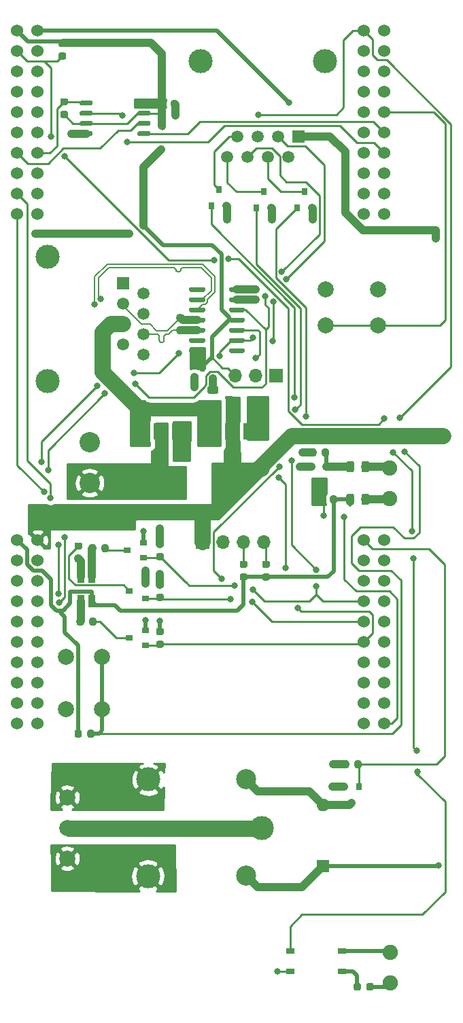
<source format=gtl>
G04 #@! TF.GenerationSoftware,KiCad,Pcbnew,(5.1.10-1-10_14)*
G04 #@! TF.CreationDate,2021-11-12T15:28:04+00:00*
G04 #@! TF.ProjectId,New-New-ACNode-Shield,4e65772d-4e65-4772-9d41-434e6f64652d,rev?*
G04 #@! TF.SameCoordinates,Original*
G04 #@! TF.FileFunction,Copper,L1,Top*
G04 #@! TF.FilePolarity,Positive*
%FSLAX46Y46*%
G04 Gerber Fmt 4.6, Leading zero omitted, Abs format (unit mm)*
G04 Created by KiCad (PCBNEW (5.1.10-1-10_14)) date 2021-11-12 15:28:04*
%MOMM*%
%LPD*%
G01*
G04 APERTURE LIST*
G04 #@! TA.AperFunction,ComponentPad*
%ADD10O,1.700000X1.700000*%
G04 #@! TD*
G04 #@! TA.AperFunction,ComponentPad*
%ADD11R,1.700000X1.700000*%
G04 #@! TD*
G04 #@! TA.AperFunction,ComponentPad*
%ADD12C,2.000000*%
G04 #@! TD*
G04 #@! TA.AperFunction,ComponentPad*
%ADD13C,1.900000*%
G04 #@! TD*
G04 #@! TA.AperFunction,ComponentPad*
%ADD14C,1.524000*%
G04 #@! TD*
G04 #@! TA.AperFunction,ComponentPad*
%ADD15C,3.000000*%
G04 #@! TD*
G04 #@! TA.AperFunction,ComponentPad*
%ADD16C,2.500000*%
G04 #@! TD*
G04 #@! TA.AperFunction,SMDPad,CuDef*
%ADD17R,1.500000X2.000000*%
G04 #@! TD*
G04 #@! TA.AperFunction,SMDPad,CuDef*
%ADD18R,3.800000X2.000000*%
G04 #@! TD*
G04 #@! TA.AperFunction,SMDPad,CuDef*
%ADD19R,1.000000X0.800000*%
G04 #@! TD*
G04 #@! TA.AperFunction,SMDPad,CuDef*
%ADD20R,0.800000X0.900000*%
G04 #@! TD*
G04 #@! TA.AperFunction,SMDPad,CuDef*
%ADD21R,0.900000X0.800000*%
G04 #@! TD*
G04 #@! TA.AperFunction,ComponentPad*
%ADD22C,2.540000*%
G04 #@! TD*
G04 #@! TA.AperFunction,ComponentPad*
%ADD23C,1.500000*%
G04 #@! TD*
G04 #@! TA.AperFunction,ComponentPad*
%ADD24R,1.500000X1.500000*%
G04 #@! TD*
G04 #@! TA.AperFunction,ComponentPad*
%ADD25O,1.600000X1.600000*%
G04 #@! TD*
G04 #@! TA.AperFunction,ComponentPad*
%ADD26R,1.600000X1.600000*%
G04 #@! TD*
G04 #@! TA.AperFunction,SMDPad,CuDef*
%ADD27R,0.900000X1.500000*%
G04 #@! TD*
G04 #@! TA.AperFunction,ViaPad*
%ADD28C,0.800000*%
G04 #@! TD*
G04 #@! TA.AperFunction,Conductor*
%ADD29C,1.000000*%
G04 #@! TD*
G04 #@! TA.AperFunction,Conductor*
%ADD30C,0.500000*%
G04 #@! TD*
G04 #@! TA.AperFunction,Conductor*
%ADD31C,0.250000*%
G04 #@! TD*
G04 #@! TA.AperFunction,Conductor*
%ADD32C,2.000000*%
G04 #@! TD*
G04 #@! TA.AperFunction,Conductor*
%ADD33C,0.200000*%
G04 #@! TD*
G04 #@! TA.AperFunction,Conductor*
%ADD34C,0.254000*%
G04 #@! TD*
G04 #@! TA.AperFunction,Conductor*
%ADD35C,0.100000*%
G04 #@! TD*
G04 APERTURE END LIST*
D10*
X151620000Y-88700000D03*
X154160000Y-88700000D03*
D11*
X156700000Y-88700000D03*
D12*
X130700000Y-148910000D03*
X130700000Y-145100000D03*
X130700000Y-141290000D03*
D13*
X170900000Y-160590000D03*
X170900000Y-164400000D03*
X170844000Y-100198000D03*
X170844000Y-104008000D03*
D14*
X170180000Y-132080000D03*
X167640000Y-132080000D03*
X127000000Y-132080000D03*
X124460000Y-132080000D03*
X170180000Y-129540000D03*
X167640000Y-129540000D03*
X170180000Y-127000000D03*
X167640000Y-127000000D03*
X170180000Y-124460000D03*
X167640000Y-124460000D03*
X170180000Y-121920000D03*
X167640000Y-121920000D03*
X170180000Y-119380000D03*
X167640000Y-119380000D03*
X170180000Y-116840000D03*
X167640000Y-116840000D03*
X170180000Y-114300000D03*
X167640000Y-114300000D03*
X170180000Y-111760000D03*
X167640000Y-111760000D03*
X170180000Y-109220000D03*
X167640000Y-109220000D03*
X170180000Y-68580000D03*
X167640000Y-68580000D03*
X170180000Y-66040000D03*
X167640000Y-66040000D03*
X170180000Y-63500000D03*
X167640000Y-63500000D03*
X170180000Y-60960000D03*
X167640000Y-60960000D03*
X170180000Y-58420000D03*
X167640000Y-58420000D03*
X170180000Y-55880000D03*
X167640000Y-55880000D03*
X170180000Y-53340000D03*
X167640000Y-53340000D03*
X170180000Y-50800000D03*
X167640000Y-50800000D03*
X170180000Y-48260000D03*
X167640000Y-48260000D03*
X170180000Y-45720000D03*
X167640000Y-45720000D03*
X127000000Y-129540000D03*
X124460000Y-129540000D03*
X127000000Y-127000000D03*
X124460000Y-127000000D03*
X127000000Y-124460000D03*
X124460000Y-124460000D03*
X127000000Y-121920000D03*
X124460000Y-121920000D03*
X127000000Y-119380000D03*
X124460000Y-119380000D03*
X127000000Y-116840000D03*
X124460000Y-116840000D03*
X127000000Y-114300000D03*
X124460000Y-114300000D03*
X127000000Y-111760000D03*
X124460000Y-111760000D03*
X127000000Y-109220000D03*
X124460000Y-109220000D03*
X127000000Y-68580000D03*
X124460000Y-68580000D03*
X127000000Y-66040000D03*
X124460000Y-66040000D03*
X127000000Y-63500000D03*
X124460000Y-63500000D03*
X127000000Y-60960000D03*
X124460000Y-60960000D03*
X127000000Y-58420000D03*
X124460000Y-58420000D03*
X127000000Y-55880000D03*
X124460000Y-55880000D03*
X127000000Y-53340000D03*
X124460000Y-53340000D03*
X127000000Y-50800000D03*
X124460000Y-50800000D03*
X127000000Y-48260000D03*
X124460000Y-48260000D03*
X127000000Y-45720000D03*
X124460000Y-45720000D03*
D15*
X154940000Y-145100000D03*
D16*
X152990000Y-151050000D03*
D15*
X140740000Y-151100000D03*
X140790000Y-139050000D03*
D16*
X152990000Y-139050000D03*
D17*
X153430000Y-95656000D03*
X148830000Y-95656000D03*
X151130000Y-95656000D03*
D18*
X151130000Y-101956000D03*
D19*
X164950000Y-160430000D03*
X158450000Y-160430000D03*
X158450000Y-162970000D03*
X164950000Y-162970000D03*
G04 #@! TA.AperFunction,SMDPad,CuDef*
G36*
G01*
X139452000Y-54887000D02*
X139452000Y-54587000D01*
G75*
G02*
X139602000Y-54437000I150000J0D01*
G01*
X140902000Y-54437000D01*
G75*
G02*
X141052000Y-54587000I0J-150000D01*
G01*
X141052000Y-54887000D01*
G75*
G02*
X140902000Y-55037000I-150000J0D01*
G01*
X139602000Y-55037000D01*
G75*
G02*
X139452000Y-54887000I0J150000D01*
G01*
G37*
G04 #@! TD.AperFunction*
G04 #@! TA.AperFunction,SMDPad,CuDef*
G36*
G01*
X139452000Y-56157000D02*
X139452000Y-55857000D01*
G75*
G02*
X139602000Y-55707000I150000J0D01*
G01*
X140902000Y-55707000D01*
G75*
G02*
X141052000Y-55857000I0J-150000D01*
G01*
X141052000Y-56157000D01*
G75*
G02*
X140902000Y-56307000I-150000J0D01*
G01*
X139602000Y-56307000D01*
G75*
G02*
X139452000Y-56157000I0J150000D01*
G01*
G37*
G04 #@! TD.AperFunction*
G04 #@! TA.AperFunction,SMDPad,CuDef*
G36*
G01*
X139452000Y-57427000D02*
X139452000Y-57127000D01*
G75*
G02*
X139602000Y-56977000I150000J0D01*
G01*
X140902000Y-56977000D01*
G75*
G02*
X141052000Y-57127000I0J-150000D01*
G01*
X141052000Y-57427000D01*
G75*
G02*
X140902000Y-57577000I-150000J0D01*
G01*
X139602000Y-57577000D01*
G75*
G02*
X139452000Y-57427000I0J150000D01*
G01*
G37*
G04 #@! TD.AperFunction*
G04 #@! TA.AperFunction,SMDPad,CuDef*
G36*
G01*
X139452000Y-58697000D02*
X139452000Y-58397000D01*
G75*
G02*
X139602000Y-58247000I150000J0D01*
G01*
X140902000Y-58247000D01*
G75*
G02*
X141052000Y-58397000I0J-150000D01*
G01*
X141052000Y-58697000D01*
G75*
G02*
X140902000Y-58847000I-150000J0D01*
G01*
X139602000Y-58847000D01*
G75*
G02*
X139452000Y-58697000I0J150000D01*
G01*
G37*
G04 #@! TD.AperFunction*
G04 #@! TA.AperFunction,SMDPad,CuDef*
G36*
G01*
X132252000Y-58697000D02*
X132252000Y-58397000D01*
G75*
G02*
X132402000Y-58247000I150000J0D01*
G01*
X133702000Y-58247000D01*
G75*
G02*
X133852000Y-58397000I0J-150000D01*
G01*
X133852000Y-58697000D01*
G75*
G02*
X133702000Y-58847000I-150000J0D01*
G01*
X132402000Y-58847000D01*
G75*
G02*
X132252000Y-58697000I0J150000D01*
G01*
G37*
G04 #@! TD.AperFunction*
G04 #@! TA.AperFunction,SMDPad,CuDef*
G36*
G01*
X132252000Y-57427000D02*
X132252000Y-57127000D01*
G75*
G02*
X132402000Y-56977000I150000J0D01*
G01*
X133702000Y-56977000D01*
G75*
G02*
X133852000Y-57127000I0J-150000D01*
G01*
X133852000Y-57427000D01*
G75*
G02*
X133702000Y-57577000I-150000J0D01*
G01*
X132402000Y-57577000D01*
G75*
G02*
X132252000Y-57427000I0J150000D01*
G01*
G37*
G04 #@! TD.AperFunction*
G04 #@! TA.AperFunction,SMDPad,CuDef*
G36*
G01*
X132252000Y-56157000D02*
X132252000Y-55857000D01*
G75*
G02*
X132402000Y-55707000I150000J0D01*
G01*
X133702000Y-55707000D01*
G75*
G02*
X133852000Y-55857000I0J-150000D01*
G01*
X133852000Y-56157000D01*
G75*
G02*
X133702000Y-56307000I-150000J0D01*
G01*
X132402000Y-56307000D01*
G75*
G02*
X132252000Y-56157000I0J150000D01*
G01*
G37*
G04 #@! TD.AperFunction*
G04 #@! TA.AperFunction,SMDPad,CuDef*
G36*
G01*
X132252000Y-54887000D02*
X132252000Y-54587000D01*
G75*
G02*
X132402000Y-54437000I150000J0D01*
G01*
X133702000Y-54437000D01*
G75*
G02*
X133852000Y-54587000I0J-150000D01*
G01*
X133852000Y-54887000D01*
G75*
G02*
X133702000Y-55037000I-150000J0D01*
G01*
X132402000Y-55037000D01*
G75*
G02*
X132252000Y-54887000I0J150000D01*
G01*
G37*
G04 #@! TD.AperFunction*
G04 #@! TA.AperFunction,SMDPad,CuDef*
G36*
G01*
X147852000Y-85448000D02*
X147852000Y-85748000D01*
G75*
G02*
X147702000Y-85898000I-150000J0D01*
G01*
X146052000Y-85898000D01*
G75*
G02*
X145902000Y-85748000I0J150000D01*
G01*
X145902000Y-85448000D01*
G75*
G02*
X146052000Y-85298000I150000J0D01*
G01*
X147702000Y-85298000D01*
G75*
G02*
X147852000Y-85448000I0J-150000D01*
G01*
G37*
G04 #@! TD.AperFunction*
G04 #@! TA.AperFunction,SMDPad,CuDef*
G36*
G01*
X147852000Y-84178000D02*
X147852000Y-84478000D01*
G75*
G02*
X147702000Y-84628000I-150000J0D01*
G01*
X146052000Y-84628000D01*
G75*
G02*
X145902000Y-84478000I0J150000D01*
G01*
X145902000Y-84178000D01*
G75*
G02*
X146052000Y-84028000I150000J0D01*
G01*
X147702000Y-84028000D01*
G75*
G02*
X147852000Y-84178000I0J-150000D01*
G01*
G37*
G04 #@! TD.AperFunction*
G04 #@! TA.AperFunction,SMDPad,CuDef*
G36*
G01*
X147852000Y-82908000D02*
X147852000Y-83208000D01*
G75*
G02*
X147702000Y-83358000I-150000J0D01*
G01*
X146052000Y-83358000D01*
G75*
G02*
X145902000Y-83208000I0J150000D01*
G01*
X145902000Y-82908000D01*
G75*
G02*
X146052000Y-82758000I150000J0D01*
G01*
X147702000Y-82758000D01*
G75*
G02*
X147852000Y-82908000I0J-150000D01*
G01*
G37*
G04 #@! TD.AperFunction*
G04 #@! TA.AperFunction,SMDPad,CuDef*
G36*
G01*
X147852000Y-81638000D02*
X147852000Y-81938000D01*
G75*
G02*
X147702000Y-82088000I-150000J0D01*
G01*
X146052000Y-82088000D01*
G75*
G02*
X145902000Y-81938000I0J150000D01*
G01*
X145902000Y-81638000D01*
G75*
G02*
X146052000Y-81488000I150000J0D01*
G01*
X147702000Y-81488000D01*
G75*
G02*
X147852000Y-81638000I0J-150000D01*
G01*
G37*
G04 #@! TD.AperFunction*
G04 #@! TA.AperFunction,SMDPad,CuDef*
G36*
G01*
X147852000Y-80368000D02*
X147852000Y-80668000D01*
G75*
G02*
X147702000Y-80818000I-150000J0D01*
G01*
X146052000Y-80818000D01*
G75*
G02*
X145902000Y-80668000I0J150000D01*
G01*
X145902000Y-80368000D01*
G75*
G02*
X146052000Y-80218000I150000J0D01*
G01*
X147702000Y-80218000D01*
G75*
G02*
X147852000Y-80368000I0J-150000D01*
G01*
G37*
G04 #@! TD.AperFunction*
G04 #@! TA.AperFunction,SMDPad,CuDef*
G36*
G01*
X147852000Y-79098000D02*
X147852000Y-79398000D01*
G75*
G02*
X147702000Y-79548000I-150000J0D01*
G01*
X146052000Y-79548000D01*
G75*
G02*
X145902000Y-79398000I0J150000D01*
G01*
X145902000Y-79098000D01*
G75*
G02*
X146052000Y-78948000I150000J0D01*
G01*
X147702000Y-78948000D01*
G75*
G02*
X147852000Y-79098000I0J-150000D01*
G01*
G37*
G04 #@! TD.AperFunction*
G04 #@! TA.AperFunction,SMDPad,CuDef*
G36*
G01*
X147852000Y-77828000D02*
X147852000Y-78128000D01*
G75*
G02*
X147702000Y-78278000I-150000J0D01*
G01*
X146052000Y-78278000D01*
G75*
G02*
X145902000Y-78128000I0J150000D01*
G01*
X145902000Y-77828000D01*
G75*
G02*
X146052000Y-77678000I150000J0D01*
G01*
X147702000Y-77678000D01*
G75*
G02*
X147852000Y-77828000I0J-150000D01*
G01*
G37*
G04 #@! TD.AperFunction*
G04 #@! TA.AperFunction,SMDPad,CuDef*
G36*
G01*
X152802000Y-77828000D02*
X152802000Y-78128000D01*
G75*
G02*
X152652000Y-78278000I-150000J0D01*
G01*
X151002000Y-78278000D01*
G75*
G02*
X150852000Y-78128000I0J150000D01*
G01*
X150852000Y-77828000D01*
G75*
G02*
X151002000Y-77678000I150000J0D01*
G01*
X152652000Y-77678000D01*
G75*
G02*
X152802000Y-77828000I0J-150000D01*
G01*
G37*
G04 #@! TD.AperFunction*
G04 #@! TA.AperFunction,SMDPad,CuDef*
G36*
G01*
X152802000Y-79098000D02*
X152802000Y-79398000D01*
G75*
G02*
X152652000Y-79548000I-150000J0D01*
G01*
X151002000Y-79548000D01*
G75*
G02*
X150852000Y-79398000I0J150000D01*
G01*
X150852000Y-79098000D01*
G75*
G02*
X151002000Y-78948000I150000J0D01*
G01*
X152652000Y-78948000D01*
G75*
G02*
X152802000Y-79098000I0J-150000D01*
G01*
G37*
G04 #@! TD.AperFunction*
G04 #@! TA.AperFunction,SMDPad,CuDef*
G36*
G01*
X152802000Y-80368000D02*
X152802000Y-80668000D01*
G75*
G02*
X152652000Y-80818000I-150000J0D01*
G01*
X151002000Y-80818000D01*
G75*
G02*
X150852000Y-80668000I0J150000D01*
G01*
X150852000Y-80368000D01*
G75*
G02*
X151002000Y-80218000I150000J0D01*
G01*
X152652000Y-80218000D01*
G75*
G02*
X152802000Y-80368000I0J-150000D01*
G01*
G37*
G04 #@! TD.AperFunction*
G04 #@! TA.AperFunction,SMDPad,CuDef*
G36*
G01*
X152802000Y-81638000D02*
X152802000Y-81938000D01*
G75*
G02*
X152652000Y-82088000I-150000J0D01*
G01*
X151002000Y-82088000D01*
G75*
G02*
X150852000Y-81938000I0J150000D01*
G01*
X150852000Y-81638000D01*
G75*
G02*
X151002000Y-81488000I150000J0D01*
G01*
X152652000Y-81488000D01*
G75*
G02*
X152802000Y-81638000I0J-150000D01*
G01*
G37*
G04 #@! TD.AperFunction*
G04 #@! TA.AperFunction,SMDPad,CuDef*
G36*
G01*
X152802000Y-82908000D02*
X152802000Y-83208000D01*
G75*
G02*
X152652000Y-83358000I-150000J0D01*
G01*
X151002000Y-83358000D01*
G75*
G02*
X150852000Y-83208000I0J150000D01*
G01*
X150852000Y-82908000D01*
G75*
G02*
X151002000Y-82758000I150000J0D01*
G01*
X152652000Y-82758000D01*
G75*
G02*
X152802000Y-82908000I0J-150000D01*
G01*
G37*
G04 #@! TD.AperFunction*
G04 #@! TA.AperFunction,SMDPad,CuDef*
G36*
G01*
X152802000Y-84178000D02*
X152802000Y-84478000D01*
G75*
G02*
X152652000Y-84628000I-150000J0D01*
G01*
X151002000Y-84628000D01*
G75*
G02*
X150852000Y-84478000I0J150000D01*
G01*
X150852000Y-84178000D01*
G75*
G02*
X151002000Y-84028000I150000J0D01*
G01*
X152652000Y-84028000D01*
G75*
G02*
X152802000Y-84178000I0J-150000D01*
G01*
G37*
G04 #@! TD.AperFunction*
G04 #@! TA.AperFunction,SMDPad,CuDef*
G36*
G01*
X152802000Y-85448000D02*
X152802000Y-85748000D01*
G75*
G02*
X152652000Y-85898000I-150000J0D01*
G01*
X151002000Y-85898000D01*
G75*
G02*
X150852000Y-85748000I0J150000D01*
G01*
X150852000Y-85448000D01*
G75*
G02*
X151002000Y-85298000I150000J0D01*
G01*
X152652000Y-85298000D01*
G75*
G02*
X152802000Y-85448000I0J-150000D01*
G01*
G37*
G04 #@! TD.AperFunction*
D12*
X130556000Y-123802000D03*
X135056000Y-123802000D03*
X130556000Y-130302000D03*
X135056000Y-130302000D03*
X169400000Y-78000000D03*
X169400000Y-82500000D03*
X162900000Y-78000000D03*
X162900000Y-82500000D03*
G04 #@! TA.AperFunction,SMDPad,CuDef*
G36*
G01*
X161702000Y-98041750D02*
X161702000Y-98554250D01*
G75*
G02*
X161483250Y-98773000I-218750J0D01*
G01*
X161045750Y-98773000D01*
G75*
G02*
X160827000Y-98554250I0J218750D01*
G01*
X160827000Y-98041750D01*
G75*
G02*
X161045750Y-97823000I218750J0D01*
G01*
X161483250Y-97823000D01*
G75*
G02*
X161702000Y-98041750I0J-218750D01*
G01*
G37*
G04 #@! TD.AperFunction*
G04 #@! TA.AperFunction,SMDPad,CuDef*
G36*
G01*
X163277000Y-98041750D02*
X163277000Y-98554250D01*
G75*
G02*
X163058250Y-98773000I-218750J0D01*
G01*
X162620750Y-98773000D01*
G75*
G02*
X162402000Y-98554250I0J218750D01*
G01*
X162402000Y-98041750D01*
G75*
G02*
X162620750Y-97823000I218750J0D01*
G01*
X163058250Y-97823000D01*
G75*
G02*
X163277000Y-98041750I0J-218750D01*
G01*
G37*
G04 #@! TD.AperFunction*
G04 #@! TA.AperFunction,SMDPad,CuDef*
G36*
G01*
X162718000Y-103883750D02*
X162718000Y-104396250D01*
G75*
G02*
X162499250Y-104615000I-218750J0D01*
G01*
X162061750Y-104615000D01*
G75*
G02*
X161843000Y-104396250I0J218750D01*
G01*
X161843000Y-103883750D01*
G75*
G02*
X162061750Y-103665000I218750J0D01*
G01*
X162499250Y-103665000D01*
G75*
G02*
X162718000Y-103883750I0J-218750D01*
G01*
G37*
G04 #@! TD.AperFunction*
G04 #@! TA.AperFunction,SMDPad,CuDef*
G36*
G01*
X164293000Y-103883750D02*
X164293000Y-104396250D01*
G75*
G02*
X164074250Y-104615000I-218750J0D01*
G01*
X163636750Y-104615000D01*
G75*
G02*
X163418000Y-104396250I0J218750D01*
G01*
X163418000Y-103883750D01*
G75*
G02*
X163636750Y-103665000I218750J0D01*
G01*
X164074250Y-103665000D01*
G75*
G02*
X164293000Y-103883750I0J-218750D01*
G01*
G37*
G04 #@! TD.AperFunction*
G04 #@! TA.AperFunction,SMDPad,CuDef*
G36*
G01*
X133192000Y-133606250D02*
X133192000Y-133093750D01*
G75*
G02*
X133410750Y-132875000I218750J0D01*
G01*
X133848250Y-132875000D01*
G75*
G02*
X134067000Y-133093750I0J-218750D01*
G01*
X134067000Y-133606250D01*
G75*
G02*
X133848250Y-133825000I-218750J0D01*
G01*
X133410750Y-133825000D01*
G75*
G02*
X133192000Y-133606250I0J218750D01*
G01*
G37*
G04 #@! TD.AperFunction*
G04 #@! TA.AperFunction,SMDPad,CuDef*
G36*
G01*
X131617000Y-133606250D02*
X131617000Y-133093750D01*
G75*
G02*
X131835750Y-132875000I218750J0D01*
G01*
X132273250Y-132875000D01*
G75*
G02*
X132492000Y-133093750I0J-218750D01*
G01*
X132492000Y-133606250D01*
G75*
G02*
X132273250Y-133825000I-218750J0D01*
G01*
X131835750Y-133825000D01*
G75*
G02*
X131617000Y-133606250I0J218750D01*
G01*
G37*
G04 #@! TD.AperFunction*
G04 #@! TA.AperFunction,SMDPad,CuDef*
G36*
G01*
X155704250Y-112680000D02*
X155191750Y-112680000D01*
G75*
G02*
X154973000Y-112461250I0J218750D01*
G01*
X154973000Y-112023750D01*
G75*
G02*
X155191750Y-111805000I218750J0D01*
G01*
X155704250Y-111805000D01*
G75*
G02*
X155923000Y-112023750I0J-218750D01*
G01*
X155923000Y-112461250D01*
G75*
G02*
X155704250Y-112680000I-218750J0D01*
G01*
G37*
G04 #@! TD.AperFunction*
G04 #@! TA.AperFunction,SMDPad,CuDef*
G36*
G01*
X155704250Y-114255000D02*
X155191750Y-114255000D01*
G75*
G02*
X154973000Y-114036250I0J218750D01*
G01*
X154973000Y-113598750D01*
G75*
G02*
X155191750Y-113380000I218750J0D01*
G01*
X155704250Y-113380000D01*
G75*
G02*
X155923000Y-113598750I0J-218750D01*
G01*
X155923000Y-114036250D01*
G75*
G02*
X155704250Y-114255000I-218750J0D01*
G01*
G37*
G04 #@! TD.AperFunction*
G04 #@! TA.AperFunction,SMDPad,CuDef*
G36*
G01*
X152910250Y-112680000D02*
X152397750Y-112680000D01*
G75*
G02*
X152179000Y-112461250I0J218750D01*
G01*
X152179000Y-112023750D01*
G75*
G02*
X152397750Y-111805000I218750J0D01*
G01*
X152910250Y-111805000D01*
G75*
G02*
X153129000Y-112023750I0J-218750D01*
G01*
X153129000Y-112461250D01*
G75*
G02*
X152910250Y-112680000I-218750J0D01*
G01*
G37*
G04 #@! TD.AperFunction*
G04 #@! TA.AperFunction,SMDPad,CuDef*
G36*
G01*
X152910250Y-114255000D02*
X152397750Y-114255000D01*
G75*
G02*
X152179000Y-114036250I0J218750D01*
G01*
X152179000Y-113598750D01*
G75*
G02*
X152397750Y-113380000I218750J0D01*
G01*
X152910250Y-113380000D01*
G75*
G02*
X153129000Y-113598750I0J-218750D01*
G01*
X153129000Y-114036250D01*
G75*
G02*
X152910250Y-114255000I-218750J0D01*
G01*
G37*
G04 #@! TD.AperFunction*
G04 #@! TA.AperFunction,SMDPad,CuDef*
G36*
G01*
X167950000Y-165156250D02*
X167950000Y-164643750D01*
G75*
G02*
X168168750Y-164425000I218750J0D01*
G01*
X168606250Y-164425000D01*
G75*
G02*
X168825000Y-164643750I0J-218750D01*
G01*
X168825000Y-165156250D01*
G75*
G02*
X168606250Y-165375000I-218750J0D01*
G01*
X168168750Y-165375000D01*
G75*
G02*
X167950000Y-165156250I0J218750D01*
G01*
G37*
G04 #@! TD.AperFunction*
G04 #@! TA.AperFunction,SMDPad,CuDef*
G36*
G01*
X166375000Y-165156250D02*
X166375000Y-164643750D01*
G75*
G02*
X166593750Y-164425000I218750J0D01*
G01*
X167031250Y-164425000D01*
G75*
G02*
X167250000Y-164643750I0J-218750D01*
G01*
X167250000Y-165156250D01*
G75*
G02*
X167031250Y-165375000I-218750J0D01*
G01*
X166593750Y-165375000D01*
G75*
G02*
X166375000Y-165156250I0J218750D01*
G01*
G37*
G04 #@! TD.AperFunction*
G04 #@! TA.AperFunction,SMDPad,CuDef*
G36*
G01*
X129843750Y-48450000D02*
X130356250Y-48450000D01*
G75*
G02*
X130575000Y-48668750I0J-218750D01*
G01*
X130575000Y-49106250D01*
G75*
G02*
X130356250Y-49325000I-218750J0D01*
G01*
X129843750Y-49325000D01*
G75*
G02*
X129625000Y-49106250I0J218750D01*
G01*
X129625000Y-48668750D01*
G75*
G02*
X129843750Y-48450000I218750J0D01*
G01*
G37*
G04 #@! TD.AperFunction*
G04 #@! TA.AperFunction,SMDPad,CuDef*
G36*
G01*
X129843750Y-46875000D02*
X130356250Y-46875000D01*
G75*
G02*
X130575000Y-47093750I0J-218750D01*
G01*
X130575000Y-47531250D01*
G75*
G02*
X130356250Y-47750000I-218750J0D01*
G01*
X129843750Y-47750000D01*
G75*
G02*
X129625000Y-47531250I0J218750D01*
G01*
X129625000Y-47093750D01*
G75*
G02*
X129843750Y-46875000I218750J0D01*
G01*
G37*
G04 #@! TD.AperFunction*
G04 #@! TA.AperFunction,SMDPad,CuDef*
G36*
G01*
X165766000Y-136903750D02*
X165766000Y-137416250D01*
G75*
G02*
X165547250Y-137635000I-218750J0D01*
G01*
X165109750Y-137635000D01*
G75*
G02*
X164891000Y-137416250I0J218750D01*
G01*
X164891000Y-136903750D01*
G75*
G02*
X165109750Y-136685000I218750J0D01*
G01*
X165547250Y-136685000D01*
G75*
G02*
X165766000Y-136903750I0J-218750D01*
G01*
G37*
G04 #@! TD.AperFunction*
G04 #@! TA.AperFunction,SMDPad,CuDef*
G36*
G01*
X167341000Y-136903750D02*
X167341000Y-137416250D01*
G75*
G02*
X167122250Y-137635000I-218750J0D01*
G01*
X166684750Y-137635000D01*
G75*
G02*
X166466000Y-137416250I0J218750D01*
G01*
X166466000Y-136903750D01*
G75*
G02*
X166684750Y-136685000I218750J0D01*
G01*
X167122250Y-136685000D01*
G75*
G02*
X167341000Y-136903750I0J-218750D01*
G01*
G37*
G04 #@! TD.AperFunction*
G04 #@! TA.AperFunction,SMDPad,CuDef*
G36*
G01*
X142496250Y-121062000D02*
X141983750Y-121062000D01*
G75*
G02*
X141765000Y-120843250I0J218750D01*
G01*
X141765000Y-120405750D01*
G75*
G02*
X141983750Y-120187000I218750J0D01*
G01*
X142496250Y-120187000D01*
G75*
G02*
X142715000Y-120405750I0J-218750D01*
G01*
X142715000Y-120843250D01*
G75*
G02*
X142496250Y-121062000I-218750J0D01*
G01*
G37*
G04 #@! TD.AperFunction*
G04 #@! TA.AperFunction,SMDPad,CuDef*
G36*
G01*
X142496250Y-122637000D02*
X141983750Y-122637000D01*
G75*
G02*
X141765000Y-122418250I0J218750D01*
G01*
X141765000Y-121980750D01*
G75*
G02*
X141983750Y-121762000I218750J0D01*
G01*
X142496250Y-121762000D01*
G75*
G02*
X142715000Y-121980750I0J-218750D01*
G01*
X142715000Y-122418250D01*
G75*
G02*
X142496250Y-122637000I-218750J0D01*
G01*
G37*
G04 #@! TD.AperFunction*
G04 #@! TA.AperFunction,SMDPad,CuDef*
G36*
G01*
X142496250Y-115220000D02*
X141983750Y-115220000D01*
G75*
G02*
X141765000Y-115001250I0J218750D01*
G01*
X141765000Y-114563750D01*
G75*
G02*
X141983750Y-114345000I218750J0D01*
G01*
X142496250Y-114345000D01*
G75*
G02*
X142715000Y-114563750I0J-218750D01*
G01*
X142715000Y-115001250D01*
G75*
G02*
X142496250Y-115220000I-218750J0D01*
G01*
G37*
G04 #@! TD.AperFunction*
G04 #@! TA.AperFunction,SMDPad,CuDef*
G36*
G01*
X142496250Y-116795000D02*
X141983750Y-116795000D01*
G75*
G02*
X141765000Y-116576250I0J218750D01*
G01*
X141765000Y-116138750D01*
G75*
G02*
X141983750Y-115920000I218750J0D01*
G01*
X142496250Y-115920000D01*
G75*
G02*
X142715000Y-116138750I0J-218750D01*
G01*
X142715000Y-116576250D01*
G75*
G02*
X142496250Y-116795000I-218750J0D01*
G01*
G37*
G04 #@! TD.AperFunction*
G04 #@! TA.AperFunction,SMDPad,CuDef*
G36*
G01*
X142496250Y-110140000D02*
X141983750Y-110140000D01*
G75*
G02*
X141765000Y-109921250I0J218750D01*
G01*
X141765000Y-109483750D01*
G75*
G02*
X141983750Y-109265000I218750J0D01*
G01*
X142496250Y-109265000D01*
G75*
G02*
X142715000Y-109483750I0J-218750D01*
G01*
X142715000Y-109921250D01*
G75*
G02*
X142496250Y-110140000I-218750J0D01*
G01*
G37*
G04 #@! TD.AperFunction*
G04 #@! TA.AperFunction,SMDPad,CuDef*
G36*
G01*
X142496250Y-111715000D02*
X141983750Y-111715000D01*
G75*
G02*
X141765000Y-111496250I0J218750D01*
G01*
X141765000Y-111058750D01*
G75*
G02*
X141983750Y-110840000I218750J0D01*
G01*
X142496250Y-110840000D01*
G75*
G02*
X142715000Y-111058750I0J-218750D01*
G01*
X142715000Y-111496250D01*
G75*
G02*
X142496250Y-111715000I-218750J0D01*
G01*
G37*
G04 #@! TD.AperFunction*
G04 #@! TA.AperFunction,SMDPad,CuDef*
G36*
G01*
X133446000Y-119636250D02*
X133446000Y-119123750D01*
G75*
G02*
X133664750Y-118905000I218750J0D01*
G01*
X134102250Y-118905000D01*
G75*
G02*
X134321000Y-119123750I0J-218750D01*
G01*
X134321000Y-119636250D01*
G75*
G02*
X134102250Y-119855000I-218750J0D01*
G01*
X133664750Y-119855000D01*
G75*
G02*
X133446000Y-119636250I0J218750D01*
G01*
G37*
G04 #@! TD.AperFunction*
G04 #@! TA.AperFunction,SMDPad,CuDef*
G36*
G01*
X131871000Y-119636250D02*
X131871000Y-119123750D01*
G75*
G02*
X132089750Y-118905000I218750J0D01*
G01*
X132527250Y-118905000D01*
G75*
G02*
X132746000Y-119123750I0J-218750D01*
G01*
X132746000Y-119636250D01*
G75*
G02*
X132527250Y-119855000I-218750J0D01*
G01*
X132089750Y-119855000D01*
G75*
G02*
X131871000Y-119636250I0J218750D01*
G01*
G37*
G04 #@! TD.AperFunction*
G04 #@! TA.AperFunction,SMDPad,CuDef*
G36*
G01*
X132336250Y-110394000D02*
X131823750Y-110394000D01*
G75*
G02*
X131605000Y-110175250I0J218750D01*
G01*
X131605000Y-109737750D01*
G75*
G02*
X131823750Y-109519000I218750J0D01*
G01*
X132336250Y-109519000D01*
G75*
G02*
X132555000Y-109737750I0J-218750D01*
G01*
X132555000Y-110175250D01*
G75*
G02*
X132336250Y-110394000I-218750J0D01*
G01*
G37*
G04 #@! TD.AperFunction*
G04 #@! TA.AperFunction,SMDPad,CuDef*
G36*
G01*
X132336250Y-111969000D02*
X131823750Y-111969000D01*
G75*
G02*
X131605000Y-111750250I0J218750D01*
G01*
X131605000Y-111312750D01*
G75*
G02*
X131823750Y-111094000I218750J0D01*
G01*
X132336250Y-111094000D01*
G75*
G02*
X132555000Y-111312750I0J-218750D01*
G01*
X132555000Y-111750250D01*
G75*
G02*
X132336250Y-111969000I-218750J0D01*
G01*
G37*
G04 #@! TD.AperFunction*
G04 #@! TA.AperFunction,SMDPad,CuDef*
G36*
G01*
X134970000Y-110492250D02*
X134970000Y-109979750D01*
G75*
G02*
X135188750Y-109761000I218750J0D01*
G01*
X135626250Y-109761000D01*
G75*
G02*
X135845000Y-109979750I0J-218750D01*
G01*
X135845000Y-110492250D01*
G75*
G02*
X135626250Y-110711000I-218750J0D01*
G01*
X135188750Y-110711000D01*
G75*
G02*
X134970000Y-110492250I0J218750D01*
G01*
G37*
G04 #@! TD.AperFunction*
G04 #@! TA.AperFunction,SMDPad,CuDef*
G36*
G01*
X133395000Y-110492250D02*
X133395000Y-109979750D01*
G75*
G02*
X133613750Y-109761000I218750J0D01*
G01*
X134051250Y-109761000D01*
G75*
G02*
X134270000Y-109979750I0J-218750D01*
G01*
X134270000Y-110492250D01*
G75*
G02*
X134051250Y-110711000I-218750J0D01*
G01*
X133613750Y-110711000D01*
G75*
G02*
X133395000Y-110492250I0J218750D01*
G01*
G37*
G04 #@! TD.AperFunction*
G04 #@! TA.AperFunction,SMDPad,CuDef*
G36*
G01*
X130558250Y-55022000D02*
X130045750Y-55022000D01*
G75*
G02*
X129827000Y-54803250I0J218750D01*
G01*
X129827000Y-54365750D01*
G75*
G02*
X130045750Y-54147000I218750J0D01*
G01*
X130558250Y-54147000D01*
G75*
G02*
X130777000Y-54365750I0J-218750D01*
G01*
X130777000Y-54803250D01*
G75*
G02*
X130558250Y-55022000I-218750J0D01*
G01*
G37*
G04 #@! TD.AperFunction*
G04 #@! TA.AperFunction,SMDPad,CuDef*
G36*
G01*
X130558250Y-56597000D02*
X130045750Y-56597000D01*
G75*
G02*
X129827000Y-56378250I0J218750D01*
G01*
X129827000Y-55940750D01*
G75*
G02*
X130045750Y-55722000I218750J0D01*
G01*
X130558250Y-55722000D01*
G75*
G02*
X130777000Y-55940750I0J-218750D01*
G01*
X130777000Y-56378250D01*
G75*
G02*
X130558250Y-56597000I-218750J0D01*
G01*
G37*
G04 #@! TD.AperFunction*
G04 #@! TA.AperFunction,SMDPad,CuDef*
G36*
G01*
X144523750Y-82646000D02*
X145036250Y-82646000D01*
G75*
G02*
X145255000Y-82864750I0J-218750D01*
G01*
X145255000Y-83302250D01*
G75*
G02*
X145036250Y-83521000I-218750J0D01*
G01*
X144523750Y-83521000D01*
G75*
G02*
X144305000Y-83302250I0J218750D01*
G01*
X144305000Y-82864750D01*
G75*
G02*
X144523750Y-82646000I218750J0D01*
G01*
G37*
G04 #@! TD.AperFunction*
G04 #@! TA.AperFunction,SMDPad,CuDef*
G36*
G01*
X144523750Y-81071000D02*
X145036250Y-81071000D01*
G75*
G02*
X145255000Y-81289750I0J-218750D01*
G01*
X145255000Y-81727250D01*
G75*
G02*
X145036250Y-81946000I-218750J0D01*
G01*
X144523750Y-81946000D01*
G75*
G02*
X144305000Y-81727250I0J218750D01*
G01*
X144305000Y-81289750D01*
G75*
G02*
X144523750Y-81071000I218750J0D01*
G01*
G37*
G04 #@! TD.AperFunction*
D20*
X162052000Y-102092000D03*
X161102000Y-100092000D03*
X163002000Y-100092000D03*
X166116000Y-141970000D03*
X165166000Y-139970000D03*
X167066000Y-139970000D03*
D17*
X144540000Y-95656000D03*
X139940000Y-95656000D03*
X142240000Y-95656000D03*
D18*
X142240000Y-101956000D03*
D21*
X138446000Y-121412000D03*
X140446000Y-120462000D03*
X140446000Y-122362000D03*
X138446000Y-115570000D03*
X140446000Y-114620000D03*
X140446000Y-116520000D03*
X138192000Y-110490000D03*
X140192000Y-109540000D03*
X140192000Y-111440000D03*
D20*
X155194000Y-65802000D03*
X156144000Y-67802000D03*
X154244000Y-67802000D03*
X149606000Y-65548000D03*
X150556000Y-67548000D03*
X148656000Y-67548000D03*
X160274000Y-65802000D03*
X161224000Y-67802000D03*
X159324000Y-67802000D03*
D10*
X155194000Y-109474000D03*
X152654000Y-109474000D03*
X150114000Y-109474000D03*
D11*
X147574000Y-109474000D03*
D22*
X133490000Y-102088000D03*
X133490000Y-97008000D03*
D23*
X153162000Y-61468000D03*
X150622000Y-61468000D03*
D15*
X162837000Y-49528000D03*
D23*
X158242000Y-61468000D03*
D24*
X159512000Y-58928000D03*
D23*
X151892000Y-58928000D03*
X155702000Y-61468000D03*
X154432000Y-58928000D03*
X156972000Y-58928000D03*
D15*
X147297000Y-49528000D03*
D23*
X140208000Y-83566000D03*
X140208000Y-86106000D03*
D15*
X128268000Y-73891000D03*
D23*
X140208000Y-78486000D03*
D24*
X137668000Y-77216000D03*
D23*
X137668000Y-84836000D03*
X140208000Y-81026000D03*
X137668000Y-82296000D03*
X137668000Y-79756000D03*
D15*
X128268000Y-89431000D03*
G04 #@! TA.AperFunction,SMDPad,CuDef*
G36*
G01*
X167328000Y-100532250D02*
X167328000Y-99619750D01*
G75*
G02*
X167571750Y-99376000I243750J0D01*
G01*
X168059250Y-99376000D01*
G75*
G02*
X168303000Y-99619750I0J-243750D01*
G01*
X168303000Y-100532250D01*
G75*
G02*
X168059250Y-100776000I-243750J0D01*
G01*
X167571750Y-100776000D01*
G75*
G02*
X167328000Y-100532250I0J243750D01*
G01*
G37*
G04 #@! TD.AperFunction*
G04 #@! TA.AperFunction,SMDPad,CuDef*
G36*
G01*
X165453000Y-100532250D02*
X165453000Y-99619750D01*
G75*
G02*
X165696750Y-99376000I243750J0D01*
G01*
X166184250Y-99376000D01*
G75*
G02*
X166428000Y-99619750I0J-243750D01*
G01*
X166428000Y-100532250D01*
G75*
G02*
X166184250Y-100776000I-243750J0D01*
G01*
X165696750Y-100776000D01*
G75*
G02*
X165453000Y-100532250I0J243750D01*
G01*
G37*
G04 #@! TD.AperFunction*
G04 #@! TA.AperFunction,SMDPad,CuDef*
G36*
G01*
X166428000Y-103683750D02*
X166428000Y-104596250D01*
G75*
G02*
X166184250Y-104840000I-243750J0D01*
G01*
X165696750Y-104840000D01*
G75*
G02*
X165453000Y-104596250I0J243750D01*
G01*
X165453000Y-103683750D01*
G75*
G02*
X165696750Y-103440000I243750J0D01*
G01*
X166184250Y-103440000D01*
G75*
G02*
X166428000Y-103683750I0J-243750D01*
G01*
G37*
G04 #@! TD.AperFunction*
G04 #@! TA.AperFunction,SMDPad,CuDef*
G36*
G01*
X168303000Y-103683750D02*
X168303000Y-104596250D01*
G75*
G02*
X168059250Y-104840000I-243750J0D01*
G01*
X167571750Y-104840000D01*
G75*
G02*
X167328000Y-104596250I0J243750D01*
G01*
X167328000Y-103683750D01*
G75*
G02*
X167571750Y-103440000I243750J0D01*
G01*
X168059250Y-103440000D01*
G75*
G02*
X168303000Y-103683750I0J-243750D01*
G01*
G37*
G04 #@! TD.AperFunction*
D25*
X162560000Y-142240000D03*
D26*
X162560000Y-149860000D03*
D27*
X132396000Y-116866000D03*
X133796000Y-116866000D03*
X132396000Y-113766000D03*
X133796000Y-113766000D03*
G04 #@! TA.AperFunction,SMDPad,CuDef*
G36*
G01*
X153104000Y-92912250D02*
X153104000Y-91999750D01*
G75*
G02*
X153347750Y-91756000I243750J0D01*
G01*
X153835250Y-91756000D01*
G75*
G02*
X154079000Y-91999750I0J-243750D01*
G01*
X154079000Y-92912250D01*
G75*
G02*
X153835250Y-93156000I-243750J0D01*
G01*
X153347750Y-93156000D01*
G75*
G02*
X153104000Y-92912250I0J243750D01*
G01*
G37*
G04 #@! TD.AperFunction*
G04 #@! TA.AperFunction,SMDPad,CuDef*
G36*
G01*
X151229000Y-92912250D02*
X151229000Y-91999750D01*
G75*
G02*
X151472750Y-91756000I243750J0D01*
G01*
X151960250Y-91756000D01*
G75*
G02*
X152204000Y-91999750I0J-243750D01*
G01*
X152204000Y-92912250D01*
G75*
G02*
X151960250Y-93156000I-243750J0D01*
G01*
X151472750Y-93156000D01*
G75*
G02*
X151229000Y-92912250I0J243750D01*
G01*
G37*
G04 #@! TD.AperFunction*
G04 #@! TA.AperFunction,SMDPad,CuDef*
G36*
G01*
X149300250Y-90990000D02*
X148387750Y-90990000D01*
G75*
G02*
X148144000Y-90746250I0J243750D01*
G01*
X148144000Y-90258750D01*
G75*
G02*
X148387750Y-90015000I243750J0D01*
G01*
X149300250Y-90015000D01*
G75*
G02*
X149544000Y-90258750I0J-243750D01*
G01*
X149544000Y-90746250D01*
G75*
G02*
X149300250Y-90990000I-243750J0D01*
G01*
G37*
G04 #@! TD.AperFunction*
G04 #@! TA.AperFunction,SMDPad,CuDef*
G36*
G01*
X149300250Y-92865000D02*
X148387750Y-92865000D01*
G75*
G02*
X148144000Y-92621250I0J243750D01*
G01*
X148144000Y-92133750D01*
G75*
G02*
X148387750Y-91890000I243750J0D01*
G01*
X149300250Y-91890000D01*
G75*
G02*
X149544000Y-92133750I0J-243750D01*
G01*
X149544000Y-92621250D01*
G75*
G02*
X149300250Y-92865000I-243750J0D01*
G01*
G37*
G04 #@! TD.AperFunction*
G04 #@! TA.AperFunction,SMDPad,CuDef*
G36*
G01*
X142906000Y-54607750D02*
X142906000Y-55120250D01*
G75*
G02*
X142687250Y-55339000I-218750J0D01*
G01*
X142249750Y-55339000D01*
G75*
G02*
X142031000Y-55120250I0J218750D01*
G01*
X142031000Y-54607750D01*
G75*
G02*
X142249750Y-54389000I218750J0D01*
G01*
X142687250Y-54389000D01*
G75*
G02*
X142906000Y-54607750I0J-218750D01*
G01*
G37*
G04 #@! TD.AperFunction*
G04 #@! TA.AperFunction,SMDPad,CuDef*
G36*
G01*
X144481000Y-54607750D02*
X144481000Y-55120250D01*
G75*
G02*
X144262250Y-55339000I-218750J0D01*
G01*
X143824750Y-55339000D01*
G75*
G02*
X143606000Y-55120250I0J218750D01*
G01*
X143606000Y-54607750D01*
G75*
G02*
X143824750Y-54389000I218750J0D01*
G01*
X144262250Y-54389000D01*
G75*
G02*
X144481000Y-54607750I0J-218750D01*
G01*
G37*
G04 #@! TD.AperFunction*
G04 #@! TA.AperFunction,SMDPad,CuDef*
G36*
G01*
X146301750Y-88488000D02*
X146814250Y-88488000D01*
G75*
G02*
X147033000Y-88706750I0J-218750D01*
G01*
X147033000Y-89144250D01*
G75*
G02*
X146814250Y-89363000I-218750J0D01*
G01*
X146301750Y-89363000D01*
G75*
G02*
X146083000Y-89144250I0J218750D01*
G01*
X146083000Y-88706750D01*
G75*
G02*
X146301750Y-88488000I218750J0D01*
G01*
G37*
G04 #@! TD.AperFunction*
G04 #@! TA.AperFunction,SMDPad,CuDef*
G36*
G01*
X146301750Y-86913000D02*
X146814250Y-86913000D01*
G75*
G02*
X147033000Y-87131750I0J-218750D01*
G01*
X147033000Y-87569250D01*
G75*
G02*
X146814250Y-87788000I-218750J0D01*
G01*
X146301750Y-87788000D01*
G75*
G02*
X146083000Y-87569250I0J218750D01*
G01*
X146083000Y-87131750D01*
G75*
G02*
X146301750Y-86913000I218750J0D01*
G01*
G37*
G04 #@! TD.AperFunction*
D28*
X140208000Y-108077000D03*
X142240000Y-113411000D03*
X140462000Y-113030000D03*
X140462000Y-119189500D03*
X163830000Y-137160000D03*
X163703000Y-139954000D03*
X155194000Y-92456000D03*
X155194000Y-93726000D03*
X155194000Y-94869000D03*
X155194000Y-95885000D03*
X153543000Y-93980000D03*
X144399000Y-98044000D03*
X145542000Y-98044000D03*
X145542000Y-99060000D03*
X144399000Y-99060000D03*
X160020000Y-98298000D03*
X159639000Y-100076000D03*
X154178000Y-77978000D03*
X154178000Y-79248000D03*
X148844000Y-89027000D03*
X146558000Y-90170000D03*
X131191000Y-58547000D03*
X144145000Y-56261000D03*
X161290000Y-69215000D03*
X156210000Y-69215000D03*
X150622000Y-69215000D03*
X142240000Y-119253000D03*
X156900000Y-163000000D03*
X142240000Y-107760000D03*
X142600000Y-57700000D03*
X142400000Y-60499964D03*
X126700000Y-71000000D03*
X138400000Y-71000000D03*
X140200000Y-70000000D03*
X176500000Y-96300000D03*
X177500000Y-96300000D03*
X176600000Y-70600000D03*
X176600000Y-71600000D03*
X158300000Y-54700000D03*
X176900000Y-149800000D03*
X134864232Y-79130768D03*
X134121768Y-79873232D03*
X128300000Y-100500000D03*
X135400000Y-90900000D03*
X139200000Y-89700000D03*
X129700004Y-117000000D03*
X155322439Y-78820760D03*
X157400000Y-75800000D03*
X130400000Y-108899996D03*
X154500000Y-56200000D03*
X172100000Y-94000000D03*
X172700000Y-98200000D03*
X127500000Y-99500000D03*
X134400000Y-90000000D03*
X139000000Y-88400000D03*
X144600000Y-85900000D03*
X149700000Y-86300000D03*
X129600000Y-115899996D03*
X156320190Y-79479810D03*
X158000000Y-76700002D03*
X156300000Y-84400000D03*
X153800000Y-84000002D03*
X129600000Y-109799998D03*
X127800000Y-103200000D03*
X128600000Y-103925010D03*
X153800000Y-115400000D03*
X151500000Y-114900000D03*
X158625000Y-99300000D03*
X161699998Y-115000000D03*
X161700000Y-112900000D03*
X160400000Y-93800000D03*
X153700000Y-116900000D03*
X151000000Y-116600000D03*
X149900000Y-114000000D03*
X157083486Y-100091195D03*
X159025009Y-91425009D03*
X157900000Y-112700000D03*
X159400000Y-117700000D03*
X157000000Y-101400000D03*
X159103070Y-92977750D03*
X165200000Y-106300000D03*
X162600000Y-106200000D03*
X174300000Y-138100000D03*
X174200000Y-135500000D03*
X173800000Y-111500000D03*
X128675000Y-58900000D03*
X130400000Y-61400000D03*
X171300000Y-98300000D03*
X173600000Y-108100000D03*
X170200000Y-94100002D03*
X149000000Y-74300000D03*
X150800000Y-74200000D03*
X137541000Y-56261000D03*
X138176000Y-59626500D03*
X154200000Y-86500000D03*
D29*
X142240000Y-114782500D02*
X142240000Y-113411000D01*
X140446000Y-113046000D02*
X140462000Y-113030000D01*
X140446000Y-114620000D02*
X140446000Y-113046000D01*
X165328500Y-137160000D02*
X163830000Y-137160000D01*
X165150000Y-139954000D02*
X165166000Y-139970000D01*
X163703000Y-139954000D02*
X165150000Y-139954000D01*
X160020000Y-98298000D02*
X161264500Y-98298000D01*
X159655000Y-100092000D02*
X159639000Y-100076000D01*
X161102000Y-100092000D02*
X159655000Y-100092000D01*
X154178000Y-77978000D02*
X151827000Y-77978000D01*
X151827000Y-79248000D02*
X154178000Y-79248000D01*
X148844000Y-89027000D02*
X148844000Y-90502500D01*
X146558000Y-90170000D02*
X146558000Y-88925500D01*
X133052000Y-58547000D02*
X131191000Y-58547000D01*
X144145000Y-54965500D02*
X144043500Y-54864000D01*
X144145000Y-56261000D02*
X144145000Y-54965500D01*
X150622000Y-67614000D02*
X150556000Y-67548000D01*
X150622000Y-69215000D02*
X150622000Y-67614000D01*
X156210000Y-67868000D02*
X156144000Y-67802000D01*
X156210000Y-69215000D02*
X156210000Y-67868000D01*
X161290000Y-67868000D02*
X161224000Y-67802000D01*
X161290000Y-69215000D02*
X161290000Y-67868000D01*
D30*
X142240000Y-120624500D02*
X142240000Y-119253000D01*
X140446000Y-119205500D02*
X140462000Y-119189500D01*
X140446000Y-120462000D02*
X140446000Y-119205500D01*
X140208000Y-109524000D02*
X140192000Y-109540000D01*
X140208000Y-108077000D02*
X140208000Y-109524000D01*
D31*
X156930000Y-162970000D02*
X156900000Y-163000000D01*
X158450000Y-162970000D02*
X156930000Y-162970000D01*
D29*
X142240000Y-109702500D02*
X142240000Y-107760000D01*
D31*
X140252000Y-56007000D02*
X141986000Y-56007000D01*
X142468500Y-55524500D02*
X142468500Y-54864000D01*
X141986000Y-56007000D02*
X142468500Y-55524500D01*
X131419500Y-57277000D02*
X133052000Y-57277000D01*
X130302000Y-56159500D02*
X131419500Y-57277000D01*
X138182000Y-57277000D02*
X133052000Y-57277000D01*
X139452000Y-56007000D02*
X138182000Y-57277000D01*
X140252000Y-56007000D02*
X139452000Y-56007000D01*
D30*
X134300001Y-117370001D02*
X136674001Y-117370001D01*
X133796000Y-116866000D02*
X134300001Y-117370001D01*
X136674001Y-117370001D02*
X137350500Y-118046500D01*
X137350500Y-118046500D02*
X151892000Y-118046500D01*
X152654000Y-117284500D02*
X152654000Y-113817500D01*
X151892000Y-118046500D02*
X152654000Y-117284500D01*
X152654000Y-113817500D02*
X155448000Y-113817500D01*
X155448000Y-113817500D02*
X163169500Y-113817500D01*
X163855500Y-113131500D02*
X163855500Y-104140000D01*
X163169500Y-113817500D02*
X163855500Y-113131500D01*
X163855500Y-104140000D02*
X165940500Y-104140000D01*
X130212500Y-47200000D02*
X130100000Y-47312500D01*
X125787999Y-47047999D02*
X124460000Y-45720000D01*
X129835499Y-47047999D02*
X125787999Y-47047999D01*
X130100000Y-47312500D02*
X129835499Y-47047999D01*
X142468500Y-57568500D02*
X142600000Y-57700000D01*
D29*
X141100000Y-47200000D02*
X130212500Y-47200000D01*
X142468500Y-48568500D02*
X141100000Y-47200000D01*
X142468500Y-54864000D02*
X142468500Y-48568500D01*
D30*
X165940500Y-104140000D02*
X165940500Y-104840500D01*
X130400000Y-120700000D02*
X132054500Y-122354500D01*
X132054500Y-122354500D02*
X132054500Y-133350000D01*
X129900000Y-118000000D02*
X129900000Y-118300000D01*
X130400000Y-118800000D02*
X130400000Y-120700000D01*
X129900000Y-118300000D02*
X130400000Y-118800000D01*
X133796000Y-115616000D02*
X133796000Y-116866000D01*
X131034002Y-115616000D02*
X133796000Y-115616000D01*
X130158004Y-118000000D02*
X131034002Y-117124002D01*
X129900000Y-118000000D02*
X130158004Y-118000000D01*
X131034002Y-117124002D02*
X131034002Y-115616000D01*
X124460000Y-109220000D02*
X125672001Y-110432001D01*
X128649998Y-114108000D02*
X128649998Y-117308002D01*
X128649998Y-117308002D02*
X129341996Y-118000000D01*
X125672001Y-110432001D02*
X125672001Y-112225763D01*
X129341996Y-118000000D02*
X129900000Y-118000000D01*
X127541998Y-113000000D02*
X128649998Y-114108000D01*
X126446238Y-113000000D02*
X127541998Y-113000000D01*
X125672001Y-112225763D02*
X126446238Y-113000000D01*
D29*
X126700000Y-71000000D02*
X138400000Y-71000000D01*
X140200000Y-62699964D02*
X142400000Y-60499964D01*
X140200000Y-70000000D02*
X140200000Y-62699964D01*
X142468500Y-54864000D02*
X142468500Y-57568500D01*
D30*
X150852000Y-81788000D02*
X151827000Y-81788000D01*
X150852000Y-81452000D02*
X150852000Y-81788000D01*
X149949999Y-80549999D02*
X150852000Y-81452000D01*
X149949999Y-73849999D02*
X149949999Y-80549999D01*
X149900000Y-73800000D02*
X149949999Y-73849999D01*
X149900000Y-73600000D02*
X149900000Y-73800000D01*
X148750000Y-72450000D02*
X149900000Y-73600000D01*
X142650000Y-72450000D02*
X148750000Y-72450000D01*
X140200000Y-70000000D02*
X142650000Y-72450000D01*
X147749500Y-87350500D02*
X146558000Y-87350500D01*
X148700000Y-86400000D02*
X147749500Y-87350500D01*
X150852000Y-81788000D02*
X148700000Y-83940000D01*
X148700000Y-85000000D02*
X148700000Y-86400000D01*
X148700000Y-83940000D02*
X148700000Y-85000000D01*
D31*
X148700000Y-85000000D02*
X148700000Y-84799996D01*
X150051981Y-87751981D02*
X148700000Y-86400000D01*
X150671981Y-87751981D02*
X150051981Y-87751981D01*
X151620000Y-88700000D02*
X150671981Y-87751981D01*
D32*
X135971999Y-89108999D02*
X139446000Y-92583000D01*
X135128000Y-88265000D02*
X135971999Y-89108999D01*
X135128000Y-83312000D02*
X135128000Y-88265000D01*
X136144000Y-82296000D02*
X135128000Y-83312000D01*
X137668000Y-82296000D02*
X136144000Y-82296000D01*
X177500000Y-96300000D02*
X176500000Y-96300000D01*
X147574000Y-109474000D02*
X147574000Y-105918000D01*
D30*
X151701500Y-92441000D02*
X151716500Y-92456000D01*
D29*
X176600000Y-71600000D02*
X176600000Y-70600000D01*
D30*
X127000000Y-45720000D02*
X149320000Y-45720000D01*
X149320000Y-45720000D02*
X158300000Y-54700000D01*
X176840000Y-149860000D02*
X176900000Y-149800000D01*
X162560000Y-149860000D02*
X176840000Y-149860000D01*
D29*
X163428000Y-58928000D02*
X165300000Y-60800000D01*
X159512000Y-58928000D02*
X163428000Y-58928000D01*
X165300000Y-60800000D02*
X165300000Y-68403762D01*
X165300000Y-68403762D02*
X167496238Y-70600000D01*
X167496238Y-70600000D02*
X176600000Y-70600000D01*
D32*
X176500000Y-96300000D02*
X158606677Y-96300000D01*
X154900000Y-100006677D02*
X154900000Y-100300000D01*
X158606677Y-96300000D02*
X154900000Y-100006677D01*
D29*
X159912000Y-152508000D02*
X162560000Y-149860000D01*
X154448000Y-152508000D02*
X159912000Y-152508000D01*
X152990000Y-151050000D02*
X154448000Y-152508000D01*
X132400000Y-116870000D02*
X132396000Y-116866000D01*
X132400000Y-119288500D02*
X132400000Y-116870000D01*
X132308500Y-119380000D02*
X132400000Y-119288500D01*
X132396000Y-111847500D02*
X132080000Y-111531500D01*
X132396000Y-113766000D02*
X132396000Y-111847500D01*
X133796000Y-110272500D02*
X133832500Y-110236000D01*
X133796000Y-113766000D02*
X133796000Y-110272500D01*
X165846000Y-142240000D02*
X166116000Y-141970000D01*
X162560000Y-142240000D02*
X165846000Y-142240000D01*
X160828000Y-140508000D02*
X162560000Y-142240000D01*
X154448000Y-140508000D02*
X160828000Y-140508000D01*
X152990000Y-139050000D02*
X154448000Y-140508000D01*
X170712000Y-104140000D02*
X170844000Y-104008000D01*
X167815500Y-104140000D02*
X170712000Y-104140000D01*
X170722000Y-100076000D02*
X170844000Y-100198000D01*
X167815500Y-100076000D02*
X170722000Y-100076000D01*
X163018000Y-100076000D02*
X163002000Y-100092000D01*
X165940500Y-100076000D02*
X163018000Y-100076000D01*
D30*
X163002000Y-98460500D02*
X162839500Y-98298000D01*
X163002000Y-100092000D02*
X163002000Y-98460500D01*
D29*
X144805500Y-83058000D02*
X144780000Y-83083500D01*
X146877000Y-83058000D02*
X144805500Y-83058000D01*
D33*
X141138786Y-83566000D02*
X140208000Y-83566000D01*
X141982965Y-83595710D02*
X141919556Y-83573522D01*
X142087349Y-83678954D02*
X142039846Y-83631451D01*
X142752800Y-83866000D02*
X142752800Y-84266000D01*
X143841397Y-83083500D02*
X143358897Y-83566000D01*
X142745278Y-84332757D02*
X142723090Y-84396166D01*
X142865753Y-83631451D02*
X142818250Y-83678954D01*
X144780000Y-83083500D02*
X143841397Y-83083500D01*
X142782509Y-83735835D02*
X142760321Y-83799244D01*
X141852800Y-83566000D02*
X141138786Y-83566000D01*
X142123090Y-83735835D02*
X142087349Y-83678954D01*
X142322634Y-84536291D02*
X142265753Y-84500550D01*
X142218250Y-84453047D02*
X142182509Y-84396166D01*
X142582965Y-84536291D02*
X142519556Y-84558479D01*
X142922634Y-83595710D02*
X142865753Y-83631451D01*
X142039846Y-83631451D02*
X141982965Y-83595710D01*
X142182509Y-84396166D02*
X142160321Y-84332757D01*
X143052800Y-83566000D02*
X142986043Y-83573522D01*
X141919556Y-83573522D02*
X141852800Y-83566000D01*
X142760321Y-83799244D02*
X142752800Y-83866000D01*
X142723090Y-84396166D02*
X142687349Y-84453047D01*
X142752800Y-84266000D02*
X142745278Y-84332757D01*
X142687349Y-84453047D02*
X142639846Y-84500550D01*
X142818250Y-83678954D02*
X142782509Y-83735835D01*
X142639846Y-84500550D02*
X142582965Y-84536291D01*
X142160321Y-84332757D02*
X142152800Y-84266000D01*
X142519556Y-84558479D02*
X142452800Y-84566000D01*
X142386043Y-84558479D02*
X142322634Y-84536291D01*
X143358897Y-83566000D02*
X143052800Y-83566000D01*
X142152800Y-84266000D02*
X142152800Y-83866000D01*
X142452800Y-84566000D02*
X142386043Y-84558479D01*
X142986043Y-83573522D02*
X142922634Y-83595710D01*
X142265753Y-84500550D02*
X142218250Y-84453047D01*
X142152800Y-83866000D02*
X142145278Y-83799244D01*
X142145278Y-83799244D02*
X142123090Y-83735835D01*
X147510603Y-79248000D02*
X146910603Y-79248000D01*
X148619000Y-78139603D02*
X147510603Y-79248000D01*
X148619000Y-76547200D02*
X148619000Y-78139603D01*
X147353800Y-75282000D02*
X148619000Y-76547200D01*
X145043434Y-75282000D02*
X147353800Y-75282000D01*
X144992873Y-75287696D02*
X145043434Y-75282000D01*
X144944848Y-75304501D02*
X144992873Y-75287696D01*
X144221913Y-75559777D02*
X144238718Y-75607802D01*
X144265788Y-75650884D02*
X144301766Y-75686862D01*
X144301766Y-75686862D02*
X144344848Y-75713932D01*
X144130667Y-75331571D02*
X144166645Y-75367549D01*
X144793715Y-75607802D02*
X144810520Y-75559777D01*
X144166645Y-75367549D02*
X144193715Y-75410631D01*
X144039560Y-75287696D02*
X144087585Y-75304501D01*
X143989000Y-75282000D02*
X144039560Y-75287696D01*
X144865788Y-75367549D02*
X144901766Y-75331571D01*
X144193715Y-75410631D02*
X144210520Y-75458656D01*
X144238718Y-75607802D02*
X144265788Y-75650884D01*
X144392873Y-75730737D02*
X144443434Y-75736434D01*
X134571768Y-76566432D02*
X135856200Y-75282000D01*
X134571768Y-78838304D02*
X134571768Y-76566432D01*
X134864232Y-79130768D02*
X134571768Y-78838304D01*
X144344848Y-75713932D02*
X144392873Y-75730737D01*
X144087585Y-75304501D02*
X144130667Y-75331571D01*
X144589000Y-75736434D02*
X144639560Y-75730737D01*
X144443434Y-75736434D02*
X144589000Y-75736434D01*
X144766645Y-75650884D02*
X144793715Y-75607802D01*
X144639560Y-75730737D02*
X144687585Y-75713932D01*
X144901766Y-75331571D02*
X144944848Y-75304501D01*
X144210520Y-75458656D02*
X144221913Y-75559777D01*
X144687585Y-75713932D02*
X144730667Y-75686862D01*
X144730667Y-75686862D02*
X144766645Y-75650884D01*
X146910603Y-79248000D02*
X146877000Y-79248000D01*
X144810520Y-75559777D02*
X144821913Y-75458656D01*
X135856200Y-75282000D02*
X143989000Y-75282000D01*
X144821913Y-75458656D02*
X144838718Y-75410631D01*
X144838718Y-75410631D02*
X144865788Y-75367549D01*
X134121768Y-76380032D02*
X135669800Y-74832000D01*
X134121768Y-79873232D02*
X134121768Y-76380032D01*
X135669800Y-74832000D02*
X147540200Y-74832000D01*
X147540200Y-74832000D02*
X149069000Y-76360800D01*
X147546990Y-79848010D02*
X146877000Y-80518000D01*
X148152010Y-79584402D02*
X147888402Y-79848010D01*
X148152010Y-79242990D02*
X148152010Y-79584402D01*
X147888402Y-79848010D02*
X147546990Y-79848010D01*
X149069000Y-78326000D02*
X148152010Y-79242990D01*
X149069000Y-76360800D02*
X149069000Y-78326000D01*
D29*
X145059500Y-81788000D02*
X144780000Y-81508500D01*
X146877000Y-81788000D02*
X145059500Y-81788000D01*
D33*
X143172500Y-83116000D02*
X143523198Y-82765302D01*
X141815400Y-83116000D02*
X143172500Y-83116000D01*
X141020800Y-82321400D02*
X141815400Y-83116000D01*
X143523198Y-82765302D02*
X144780000Y-81508500D01*
X139949398Y-82321400D02*
X141020800Y-82321400D01*
X137668000Y-80040002D02*
X139949398Y-82321400D01*
X137668000Y-79756000D02*
X137668000Y-80040002D01*
D31*
X128300000Y-98000000D02*
X135400000Y-90900000D01*
X128300000Y-100500000D02*
X128300000Y-98000000D01*
X153162000Y-61468000D02*
X154237001Y-60392999D01*
X157166999Y-63766999D02*
X157966999Y-64566999D01*
X157166999Y-61341997D02*
X157166999Y-63766999D01*
X154237001Y-60392999D02*
X156218001Y-60392999D01*
X162115008Y-66251418D02*
X162115008Y-71084992D01*
X156218001Y-60392999D02*
X157166999Y-61341997D01*
X157966999Y-64566999D02*
X160430589Y-64566999D01*
X162115008Y-71084992D02*
X157400000Y-75800000D01*
X160430589Y-64566999D02*
X162115008Y-66251418D01*
X155800000Y-82600000D02*
X155404707Y-82995293D01*
X155800000Y-80300000D02*
X155800000Y-82600000D01*
X155322439Y-79822439D02*
X155800000Y-80300000D01*
X155322439Y-78820760D02*
X155322439Y-79822439D01*
X139200000Y-89700000D02*
X140900000Y-91400000D01*
X146494740Y-91400000D02*
X147818990Y-90075750D01*
X147818990Y-90075750D02*
X147818990Y-90023160D01*
X152927415Y-80518000D02*
X151827000Y-80518000D01*
X148018990Y-89823160D02*
X148018990Y-88685270D01*
X151380998Y-90200000D02*
X154900000Y-90200000D01*
X155400000Y-82990585D02*
X152927415Y-80518000D01*
X147818990Y-90023160D02*
X148018990Y-89823160D01*
X154900000Y-90200000D02*
X155400000Y-89700000D01*
X149382988Y-88201990D02*
X151380998Y-90200000D01*
X148018990Y-88685270D02*
X148502270Y-88201990D01*
X140900000Y-91400000D02*
X146494740Y-91400000D01*
X148502270Y-88201990D02*
X149382988Y-88201990D01*
X155400000Y-89700000D02*
X155400000Y-82990585D01*
X129700004Y-117000000D02*
X130400000Y-116300004D01*
X130400000Y-116300004D02*
X130400000Y-108899996D01*
X151781000Y-65802000D02*
X150622000Y-64643000D01*
X150622000Y-64643000D02*
X150622000Y-61468000D01*
X155194000Y-65802000D02*
X151781000Y-65802000D01*
X148971000Y-60788340D02*
X150831340Y-58928000D01*
X148971000Y-64913000D02*
X148971000Y-60788340D01*
X150831340Y-58928000D02*
X151892000Y-58928000D01*
X149606000Y-65548000D02*
X148971000Y-64913000D01*
X155702000Y-64198500D02*
X155702000Y-61468000D01*
X157305500Y-65802000D02*
X155702000Y-64198500D01*
X160274000Y-65802000D02*
X157305500Y-65802000D01*
D30*
X133629500Y-133350000D02*
X134650000Y-133350000D01*
X135056000Y-132944000D02*
X135056000Y-130302000D01*
X134650000Y-133350000D02*
X135056000Y-132944000D01*
X135056000Y-123802000D02*
X135056000Y-130302000D01*
D31*
X167640000Y-45720000D02*
X166280000Y-45720000D01*
X166280000Y-45720000D02*
X165100000Y-46900000D01*
X165100000Y-46900000D02*
X165100000Y-55300000D01*
X164200000Y-56200000D02*
X154500000Y-56200000D01*
X165100000Y-55300000D02*
X164200000Y-56200000D01*
X169292241Y-49347001D02*
X170483411Y-49347001D01*
X168727001Y-48781761D02*
X169292241Y-49347001D01*
X168727001Y-46807001D02*
X168727001Y-48781761D01*
X170483411Y-49347001D02*
X178500000Y-57363590D01*
X167640000Y-45720000D02*
X168727001Y-46807001D01*
X178500000Y-87600000D02*
X172100000Y-94000000D01*
X178500000Y-57363590D02*
X178500000Y-87600000D01*
X171150000Y-133350000D02*
X133629500Y-133350000D01*
X172700000Y-98200000D02*
X174525009Y-100025009D01*
X174525009Y-100025009D02*
X174525009Y-108274991D01*
X174525009Y-108274991D02*
X173800000Y-109000000D01*
X172250009Y-132249991D02*
X171150000Y-133350000D01*
X171000000Y-113000000D02*
X172250009Y-114250009D01*
X172700000Y-109000000D02*
X171300000Y-107600000D01*
X166100000Y-108700000D02*
X166100000Y-112100000D01*
X166100000Y-112100000D02*
X167000000Y-113000000D01*
X171300000Y-107600000D02*
X167200000Y-107600000D01*
X167200000Y-107600000D02*
X166100000Y-108700000D01*
X167000000Y-113000000D02*
X171000000Y-113000000D01*
X173800000Y-109000000D02*
X172700000Y-109000000D01*
X172250009Y-114250009D02*
X172250009Y-132249991D01*
X127500000Y-96900000D02*
X134400000Y-90000000D01*
X127500000Y-99500000D02*
X127500000Y-96900000D01*
X142100000Y-88400000D02*
X144600000Y-85900000D01*
X139000000Y-88400000D02*
X142100000Y-88400000D01*
X151106315Y-84328000D02*
X151827000Y-84328000D01*
X149700000Y-85734315D02*
X151106315Y-84328000D01*
X149700000Y-86300000D02*
X149700000Y-85734315D01*
X160328000Y-60128000D02*
X162700000Y-62500000D01*
X156972000Y-58928000D02*
X158172000Y-60128000D01*
X158172000Y-60128000D02*
X160328000Y-60128000D01*
X162700000Y-62500000D02*
X162700000Y-72000002D01*
X162700000Y-72000002D02*
X158000000Y-76700002D01*
X156320190Y-84379810D02*
X156300000Y-84400000D01*
X156320190Y-79479810D02*
X156320190Y-84379810D01*
X151827000Y-84328000D02*
X153472002Y-84328000D01*
X153472002Y-84328000D02*
X153800000Y-84000002D01*
X129600000Y-115899996D02*
X129600000Y-109799998D01*
D32*
X154270000Y-145200000D02*
X131000000Y-145200000D01*
D30*
X170740000Y-160430000D02*
X170900000Y-160590000D01*
X164950000Y-160430000D02*
X170740000Y-160430000D01*
X170400000Y-164900000D02*
X170900000Y-164400000D01*
X168387500Y-164900000D02*
X170400000Y-164900000D01*
D31*
X155448000Y-109728000D02*
X155194000Y-109474000D01*
X155448000Y-112242500D02*
X155448000Y-109728000D01*
X124460000Y-68580000D02*
X124460000Y-99860000D01*
X124460000Y-99860000D02*
X127800000Y-103200000D01*
X152654000Y-112242500D02*
X152654000Y-109474000D01*
X128600000Y-102200000D02*
X128600000Y-103925010D01*
X125700000Y-99300000D02*
X128600000Y-102200000D01*
X125700000Y-67280000D02*
X125700000Y-99300000D01*
X124460000Y-66040000D02*
X125700000Y-67280000D01*
X142077500Y-111440000D02*
X142240000Y-111277500D01*
X140192000Y-111440000D02*
X142077500Y-111440000D01*
X155240000Y-116840000D02*
X153800000Y-115400000D01*
X145462500Y-114500000D02*
X142240000Y-111277500D01*
X145500000Y-114500000D02*
X145462500Y-114500000D01*
X145900000Y-114900000D02*
X145500000Y-114500000D01*
X151500000Y-114900000D02*
X145900000Y-114900000D01*
X160860000Y-116840000D02*
X161700000Y-116000000D01*
X155240000Y-116840000D02*
X160860000Y-116840000D01*
X162540000Y-116840000D02*
X167640000Y-116840000D01*
X161700000Y-116000000D02*
X162540000Y-116840000D01*
X161700000Y-116000000D02*
X161700000Y-115000002D01*
X161700000Y-115000002D02*
X161699998Y-115000000D01*
X158625000Y-99300000D02*
X158625000Y-109825000D01*
X158625000Y-109825000D02*
X161700000Y-112900000D01*
X156674996Y-70451004D02*
X156674996Y-76547998D01*
X159324000Y-67802000D02*
X156674996Y-70451004D01*
X156674996Y-76547998D02*
X160400000Y-80273002D01*
X160400000Y-80273002D02*
X160400000Y-93800000D01*
X142077500Y-116520000D02*
X142240000Y-116357500D01*
X140446000Y-116520000D02*
X142077500Y-116520000D01*
X156180000Y-119380000D02*
X153700000Y-116900000D01*
X167640000Y-119380000D02*
X156180000Y-119380000D01*
X142482500Y-116600000D02*
X142240000Y-116357500D01*
X151000000Y-116600000D02*
X142482500Y-116600000D01*
X148938999Y-113038999D02*
X148938999Y-108235682D01*
X149900000Y-114000000D02*
X148938999Y-113038999D01*
X148938999Y-108235682D02*
X157083486Y-100091195D01*
X148656000Y-67548000D02*
X148656000Y-69856000D01*
X148656000Y-69856000D02*
X159025009Y-80225009D01*
X159025009Y-80225009D02*
X159025009Y-91425009D01*
X142077500Y-122362000D02*
X142240000Y-122199500D01*
X140446000Y-122362000D02*
X142077500Y-122362000D01*
X167360500Y-122199500D02*
X167640000Y-121920000D01*
X142240000Y-122199500D02*
X167360500Y-122199500D01*
X168727001Y-118492241D02*
X168727001Y-120832999D01*
X168727001Y-120832999D02*
X167640000Y-121920000D01*
X168334759Y-118099999D02*
X168727001Y-118492241D01*
X159799999Y-118099999D02*
X168334759Y-118099999D01*
X159400000Y-117700000D02*
X159799999Y-118099999D01*
X157900000Y-112700000D02*
X157900000Y-102300000D01*
X157900000Y-102300000D02*
X157000000Y-101400000D01*
X159750012Y-80313602D02*
X159750012Y-92330808D01*
X159750012Y-92330808D02*
X159103070Y-92977750D01*
X154244000Y-67802000D02*
X154244000Y-74807590D01*
X154244000Y-74807590D02*
X159750012Y-80313602D01*
X135661500Y-110490000D02*
X135407500Y-110236000D01*
X138192000Y-110490000D02*
X135661500Y-110490000D01*
X137717001Y-114841001D02*
X131685999Y-114841001D01*
X138446000Y-115570000D02*
X137717001Y-114841001D01*
X131685999Y-114841001D02*
X130875013Y-114030015D01*
X130875013Y-111161487D02*
X132080000Y-109956500D01*
X130875013Y-114030015D02*
X130875013Y-111161487D01*
X136842500Y-121412000D02*
X138446000Y-121412000D01*
X134810500Y-119380000D02*
X136842500Y-121412000D01*
X133883500Y-119380000D02*
X134810500Y-119380000D01*
X168727001Y-110307001D02*
X175707001Y-110307001D01*
X167640000Y-109220000D02*
X168727001Y-110307001D01*
X175707001Y-110307001D02*
X177700000Y-112300000D01*
X177700000Y-112300000D02*
X177700000Y-136100000D01*
X176640000Y-137160000D02*
X166903500Y-137160000D01*
X177700000Y-136100000D02*
X176640000Y-137160000D01*
X167066000Y-137322500D02*
X166903500Y-137160000D01*
X167066000Y-139970000D02*
X167066000Y-137322500D01*
X162600000Y-104459500D02*
X162280500Y-104140000D01*
X162600000Y-106200000D02*
X162600000Y-104459500D01*
X171800000Y-116600000D02*
X171800000Y-131400000D01*
X171800000Y-131400000D02*
X171120000Y-132080000D01*
X166700000Y-115600000D02*
X170800000Y-115600000D01*
X171120000Y-132080000D02*
X170180000Y-132080000D01*
X165200000Y-114100000D02*
X166700000Y-115600000D01*
X170800000Y-115600000D02*
X171800000Y-116600000D01*
X165200000Y-106300000D02*
X165200000Y-114100000D01*
X132899500Y-54584500D02*
X133052000Y-54737000D01*
X130302000Y-54584500D02*
X132899500Y-54584500D01*
X129400000Y-55486500D02*
X130302000Y-54584500D01*
X129400000Y-60084000D02*
X129400000Y-55486500D01*
X128524000Y-60960000D02*
X129400000Y-60084000D01*
X127000000Y-60960000D02*
X128524000Y-60960000D01*
X129463800Y-49530000D02*
X130048000Y-48945800D01*
X124460000Y-48260000D02*
X125730000Y-49530000D01*
D30*
X174300000Y-138400000D02*
X174300000Y-138100000D01*
D31*
X177750001Y-141850001D02*
X174300000Y-138400000D01*
X173800000Y-135100000D02*
X173800000Y-111500000D01*
X174200000Y-135500000D02*
X173800000Y-135100000D01*
X128675000Y-50375000D02*
X127830000Y-49530000D01*
X128675000Y-58900000D02*
X128675000Y-50375000D01*
X127830000Y-49530000D02*
X129463800Y-49530000D01*
X125730000Y-49530000D02*
X127830000Y-49530000D01*
X171300000Y-98300000D02*
X173600000Y-100600000D01*
X173600000Y-100600000D02*
X173600000Y-108100000D01*
X130400000Y-61400000D02*
X143300000Y-74300000D01*
X143300000Y-74300000D02*
X149000000Y-74300000D01*
X177750001Y-141850001D02*
X177750001Y-153049999D01*
X177750001Y-153049999D02*
X174900000Y-155900000D01*
X158450000Y-160430000D02*
X158450000Y-157350000D01*
X159900000Y-155900000D02*
X174900000Y-155900000D01*
X158450000Y-157350000D02*
X159900000Y-155900000D01*
X152065685Y-74200000D02*
X150800000Y-74200000D01*
X157390684Y-79524999D02*
X152065685Y-74200000D01*
X158200000Y-80334315D02*
X157390684Y-79524999D01*
X158200000Y-93100000D02*
X158200000Y-80334315D01*
X159935816Y-94835816D02*
X158200000Y-93100000D01*
X169464186Y-94835816D02*
X159935816Y-94835816D01*
X170200000Y-94100002D02*
X169464186Y-94835816D01*
D30*
X164950000Y-162970000D02*
X166270000Y-162970000D01*
X166812500Y-163512500D02*
X166812500Y-164900000D01*
X166270000Y-162970000D02*
X166812500Y-163512500D01*
D31*
X162900000Y-82500000D02*
X169400000Y-82500000D01*
X176380000Y-55880000D02*
X170180000Y-55880000D01*
X177800000Y-57300000D02*
X176380000Y-55880000D01*
X177800000Y-81800000D02*
X177800000Y-57300000D01*
X177100000Y-82500000D02*
X177800000Y-81800000D01*
X169400000Y-82500000D02*
X177100000Y-82500000D01*
X137287000Y-56007000D02*
X137541000Y-56261000D01*
X133052000Y-56007000D02*
X137287000Y-56007000D01*
X166814500Y-59690000D02*
X168910000Y-59690000D01*
X164655500Y-57531000D02*
X166814500Y-59690000D01*
X150304500Y-57531000D02*
X164655500Y-57531000D01*
X148209000Y-59626500D02*
X150304500Y-57531000D01*
X168910000Y-59690000D02*
X170180000Y-60960000D01*
X138176000Y-59626500D02*
X148209000Y-59626500D01*
X168783000Y-57023000D02*
X170180000Y-58420000D01*
X147193000Y-57023000D02*
X168783000Y-57023000D01*
X145669000Y-58547000D02*
X147193000Y-57023000D01*
X140252000Y-58547000D02*
X145669000Y-58547000D01*
X139452000Y-57277000D02*
X140252000Y-57277000D01*
X138563000Y-58166000D02*
X139452000Y-57277000D01*
X137029500Y-58166000D02*
X138563000Y-58166000D01*
X130200000Y-60400000D02*
X134795500Y-60400000D01*
X134795500Y-60400000D02*
X137029500Y-58166000D01*
X128306500Y-62293500D02*
X130200000Y-60400000D01*
X125793500Y-62293500D02*
X128306500Y-62293500D01*
X124460000Y-60960000D02*
X125793500Y-62293500D01*
X154625002Y-83251998D02*
X154625002Y-86074998D01*
X154431004Y-83058000D02*
X154625002Y-83251998D01*
X154625002Y-86074998D02*
X154200000Y-86500000D01*
X151827000Y-83058000D02*
X154431004Y-83058000D01*
D34*
X139929617Y-137084757D02*
X139633962Y-137242786D01*
X139477952Y-137558347D01*
X140790000Y-138870395D01*
X142102048Y-137558347D01*
X141946038Y-137242786D01*
X141571255Y-137051980D01*
X141482571Y-137027000D01*
X142781392Y-137027000D01*
X142749138Y-138178196D01*
X142597214Y-137893962D01*
X142281653Y-137737952D01*
X140969605Y-139050000D01*
X142281653Y-140362048D01*
X142597214Y-140206038D01*
X142697862Y-140008344D01*
X142619619Y-142801000D01*
X131333392Y-142801000D01*
X131386088Y-142782795D01*
X131560044Y-142689814D01*
X131655808Y-142425413D01*
X130700000Y-141469605D01*
X129744192Y-142425413D01*
X129839956Y-142689814D01*
X130068511Y-142801000D01*
X128649718Y-142801000D01*
X128690298Y-141352595D01*
X129058282Y-141352595D01*
X129102039Y-141671675D01*
X129207205Y-141976088D01*
X129300186Y-142150044D01*
X129564587Y-142245808D01*
X130520395Y-141290000D01*
X130879605Y-141290000D01*
X131835413Y-142245808D01*
X132099814Y-142150044D01*
X132240704Y-141860429D01*
X132322384Y-141548892D01*
X132341718Y-141227405D01*
X132297961Y-140908325D01*
X132192795Y-140603912D01*
X132159518Y-140541653D01*
X139477952Y-140541653D01*
X139633962Y-140857214D01*
X140008745Y-141048020D01*
X140413551Y-141162044D01*
X140832824Y-141194902D01*
X141250451Y-141145334D01*
X141650383Y-141015243D01*
X141946038Y-140857214D01*
X142102048Y-140541653D01*
X140790000Y-139229605D01*
X139477952Y-140541653D01*
X132159518Y-140541653D01*
X132099814Y-140429956D01*
X131835413Y-140334192D01*
X130879605Y-141290000D01*
X130520395Y-141290000D01*
X129564587Y-140334192D01*
X129300186Y-140429956D01*
X129159296Y-140719571D01*
X129077616Y-141031108D01*
X129058282Y-141352595D01*
X128690298Y-141352595D01*
X128723863Y-140154587D01*
X129744192Y-140154587D01*
X130700000Y-141110395D01*
X131655808Y-140154587D01*
X131560044Y-139890186D01*
X131270429Y-139749296D01*
X130958892Y-139667616D01*
X130637405Y-139648282D01*
X130318325Y-139692039D01*
X130013912Y-139797205D01*
X129839956Y-139890186D01*
X129744192Y-140154587D01*
X128723863Y-140154587D01*
X128753611Y-139092824D01*
X138645098Y-139092824D01*
X138694666Y-139510451D01*
X138824757Y-139910383D01*
X138982786Y-140206038D01*
X139298347Y-140362048D01*
X140610395Y-139050000D01*
X139298347Y-137737952D01*
X138982786Y-137893962D01*
X138791980Y-138268745D01*
X138677956Y-138673551D01*
X138645098Y-139092824D01*
X128753611Y-139092824D01*
X128811491Y-137027000D01*
X140107176Y-137027000D01*
X139929617Y-137084757D01*
G04 #@! TA.AperFunction,Conductor*
D35*
G36*
X139929617Y-137084757D02*
G01*
X139633962Y-137242786D01*
X139477952Y-137558347D01*
X140790000Y-138870395D01*
X142102048Y-137558347D01*
X141946038Y-137242786D01*
X141571255Y-137051980D01*
X141482571Y-137027000D01*
X142781392Y-137027000D01*
X142749138Y-138178196D01*
X142597214Y-137893962D01*
X142281653Y-137737952D01*
X140969605Y-139050000D01*
X142281653Y-140362048D01*
X142597214Y-140206038D01*
X142697862Y-140008344D01*
X142619619Y-142801000D01*
X131333392Y-142801000D01*
X131386088Y-142782795D01*
X131560044Y-142689814D01*
X131655808Y-142425413D01*
X130700000Y-141469605D01*
X129744192Y-142425413D01*
X129839956Y-142689814D01*
X130068511Y-142801000D01*
X128649718Y-142801000D01*
X128690298Y-141352595D01*
X129058282Y-141352595D01*
X129102039Y-141671675D01*
X129207205Y-141976088D01*
X129300186Y-142150044D01*
X129564587Y-142245808D01*
X130520395Y-141290000D01*
X130879605Y-141290000D01*
X131835413Y-142245808D01*
X132099814Y-142150044D01*
X132240704Y-141860429D01*
X132322384Y-141548892D01*
X132341718Y-141227405D01*
X132297961Y-140908325D01*
X132192795Y-140603912D01*
X132159518Y-140541653D01*
X139477952Y-140541653D01*
X139633962Y-140857214D01*
X140008745Y-141048020D01*
X140413551Y-141162044D01*
X140832824Y-141194902D01*
X141250451Y-141145334D01*
X141650383Y-141015243D01*
X141946038Y-140857214D01*
X142102048Y-140541653D01*
X140790000Y-139229605D01*
X139477952Y-140541653D01*
X132159518Y-140541653D01*
X132099814Y-140429956D01*
X131835413Y-140334192D01*
X130879605Y-141290000D01*
X130520395Y-141290000D01*
X129564587Y-140334192D01*
X129300186Y-140429956D01*
X129159296Y-140719571D01*
X129077616Y-141031108D01*
X129058282Y-141352595D01*
X128690298Y-141352595D01*
X128723863Y-140154587D01*
X129744192Y-140154587D01*
X130700000Y-141110395D01*
X131655808Y-140154587D01*
X131560044Y-139890186D01*
X131270429Y-139749296D01*
X130958892Y-139667616D01*
X130637405Y-139648282D01*
X130318325Y-139692039D01*
X130013912Y-139797205D01*
X129839956Y-139890186D01*
X129744192Y-140154587D01*
X128723863Y-140154587D01*
X128753611Y-139092824D01*
X138645098Y-139092824D01*
X138694666Y-139510451D01*
X138824757Y-139910383D01*
X138982786Y-140206038D01*
X139298347Y-140362048D01*
X140610395Y-139050000D01*
X139298347Y-137737952D01*
X138982786Y-137893962D01*
X138791980Y-138268745D01*
X138677956Y-138673551D01*
X138645098Y-139092824D01*
X128753611Y-139092824D01*
X128811491Y-137027000D01*
X140107176Y-137027000D01*
X139929617Y-137084757D01*
G37*
G04 #@! TD.AperFunction*
D34*
X144086841Y-147269401D02*
X144140456Y-152979385D01*
X141784127Y-152967031D01*
X141896038Y-152907214D01*
X142052048Y-152591653D01*
X140740000Y-151279605D01*
X139427952Y-152591653D01*
X139583962Y-152907214D01*
X139679784Y-152955998D01*
X128754479Y-152898717D01*
X128737993Y-151142824D01*
X138595098Y-151142824D01*
X138644666Y-151560451D01*
X138774757Y-151960383D01*
X138932786Y-152256038D01*
X139248347Y-152412048D01*
X140560395Y-151100000D01*
X140919605Y-151100000D01*
X142231653Y-152412048D01*
X142547214Y-152256038D01*
X142738020Y-151881255D01*
X142852044Y-151476449D01*
X142884902Y-151057176D01*
X142835334Y-150639549D01*
X142705243Y-150239617D01*
X142547214Y-149943962D01*
X142231653Y-149787952D01*
X140919605Y-151100000D01*
X140560395Y-151100000D01*
X139248347Y-149787952D01*
X138932786Y-149943962D01*
X138741980Y-150318745D01*
X138627956Y-150723551D01*
X138595098Y-151142824D01*
X128737993Y-151142824D01*
X128727688Y-150045413D01*
X129744192Y-150045413D01*
X129839956Y-150309814D01*
X130129571Y-150450704D01*
X130441108Y-150532384D01*
X130762595Y-150551718D01*
X131081675Y-150507961D01*
X131386088Y-150402795D01*
X131560044Y-150309814D01*
X131655808Y-150045413D01*
X130700000Y-149089605D01*
X129744192Y-150045413D01*
X128727688Y-150045413D01*
X128717614Y-148972595D01*
X129058282Y-148972595D01*
X129102039Y-149291675D01*
X129207205Y-149596088D01*
X129300186Y-149770044D01*
X129564587Y-149865808D01*
X130520395Y-148910000D01*
X130879605Y-148910000D01*
X131835413Y-149865808D01*
X132099814Y-149770044D01*
X132178475Y-149608347D01*
X139427952Y-149608347D01*
X140740000Y-150920395D01*
X142052048Y-149608347D01*
X141896038Y-149292786D01*
X141521255Y-149101980D01*
X141116449Y-148987956D01*
X140697176Y-148955098D01*
X140279549Y-149004666D01*
X139879617Y-149134757D01*
X139583962Y-149292786D01*
X139427952Y-149608347D01*
X132178475Y-149608347D01*
X132240704Y-149480429D01*
X132322384Y-149168892D01*
X132341718Y-148847405D01*
X132297961Y-148528325D01*
X132192795Y-148223912D01*
X132099814Y-148049956D01*
X131835413Y-147954192D01*
X130879605Y-148910000D01*
X130520395Y-148910000D01*
X129564587Y-147954192D01*
X129300186Y-148049956D01*
X129159296Y-148339571D01*
X129077616Y-148651108D01*
X129058282Y-148972595D01*
X128717614Y-148972595D01*
X128706366Y-147774587D01*
X129744192Y-147774587D01*
X130700000Y-148730395D01*
X131655808Y-147774587D01*
X131560044Y-147510186D01*
X131270429Y-147369296D01*
X130958892Y-147287616D01*
X130637405Y-147268282D01*
X130318325Y-147312039D01*
X130013912Y-147417205D01*
X129839956Y-147510186D01*
X129744192Y-147774587D01*
X128706366Y-147774587D01*
X128700864Y-147188733D01*
X144086841Y-147269401D01*
G04 #@! TA.AperFunction,Conductor*
D35*
G36*
X144086841Y-147269401D02*
G01*
X144140456Y-152979385D01*
X141784127Y-152967031D01*
X141896038Y-152907214D01*
X142052048Y-152591653D01*
X140740000Y-151279605D01*
X139427952Y-152591653D01*
X139583962Y-152907214D01*
X139679784Y-152955998D01*
X128754479Y-152898717D01*
X128737993Y-151142824D01*
X138595098Y-151142824D01*
X138644666Y-151560451D01*
X138774757Y-151960383D01*
X138932786Y-152256038D01*
X139248347Y-152412048D01*
X140560395Y-151100000D01*
X140919605Y-151100000D01*
X142231653Y-152412048D01*
X142547214Y-152256038D01*
X142738020Y-151881255D01*
X142852044Y-151476449D01*
X142884902Y-151057176D01*
X142835334Y-150639549D01*
X142705243Y-150239617D01*
X142547214Y-149943962D01*
X142231653Y-149787952D01*
X140919605Y-151100000D01*
X140560395Y-151100000D01*
X139248347Y-149787952D01*
X138932786Y-149943962D01*
X138741980Y-150318745D01*
X138627956Y-150723551D01*
X138595098Y-151142824D01*
X128737993Y-151142824D01*
X128727688Y-150045413D01*
X129744192Y-150045413D01*
X129839956Y-150309814D01*
X130129571Y-150450704D01*
X130441108Y-150532384D01*
X130762595Y-150551718D01*
X131081675Y-150507961D01*
X131386088Y-150402795D01*
X131560044Y-150309814D01*
X131655808Y-150045413D01*
X130700000Y-149089605D01*
X129744192Y-150045413D01*
X128727688Y-150045413D01*
X128717614Y-148972595D01*
X129058282Y-148972595D01*
X129102039Y-149291675D01*
X129207205Y-149596088D01*
X129300186Y-149770044D01*
X129564587Y-149865808D01*
X130520395Y-148910000D01*
X130879605Y-148910000D01*
X131835413Y-149865808D01*
X132099814Y-149770044D01*
X132178475Y-149608347D01*
X139427952Y-149608347D01*
X140740000Y-150920395D01*
X142052048Y-149608347D01*
X141896038Y-149292786D01*
X141521255Y-149101980D01*
X141116449Y-148987956D01*
X140697176Y-148955098D01*
X140279549Y-149004666D01*
X139879617Y-149134757D01*
X139583962Y-149292786D01*
X139427952Y-149608347D01*
X132178475Y-149608347D01*
X132240704Y-149480429D01*
X132322384Y-149168892D01*
X132341718Y-148847405D01*
X132297961Y-148528325D01*
X132192795Y-148223912D01*
X132099814Y-148049956D01*
X131835413Y-147954192D01*
X130879605Y-148910000D01*
X130520395Y-148910000D01*
X129564587Y-147954192D01*
X129300186Y-148049956D01*
X129159296Y-148339571D01*
X129077616Y-148651108D01*
X129058282Y-148972595D01*
X128717614Y-148972595D01*
X128706366Y-147774587D01*
X129744192Y-147774587D01*
X130700000Y-148730395D01*
X131655808Y-147774587D01*
X131560044Y-147510186D01*
X131270429Y-147369296D01*
X130958892Y-147287616D01*
X130637405Y-147268282D01*
X130318325Y-147312039D01*
X130013912Y-147417205D01*
X129839956Y-147510186D01*
X129744192Y-147774587D01*
X128706366Y-147774587D01*
X128700864Y-147188733D01*
X144086841Y-147269401D01*
G37*
G04 #@! TD.AperFunction*
D34*
X143129000Y-99949000D02*
X143131440Y-99973776D01*
X143138667Y-99997601D01*
X143150403Y-100019557D01*
X143166197Y-100038803D01*
X143185443Y-100054597D01*
X143207399Y-100066333D01*
X143231224Y-100073560D01*
X143256000Y-100076000D01*
X144201541Y-100076000D01*
X144297061Y-100095000D01*
X144500939Y-100095000D01*
X144596459Y-100076000D01*
X145344541Y-100076000D01*
X145415000Y-100090015D01*
X145415000Y-104013000D01*
X130683000Y-104013000D01*
X130683000Y-103415852D01*
X132341753Y-103415852D01*
X132470076Y-103707871D01*
X132805695Y-103875723D01*
X133167611Y-103974874D01*
X133541916Y-104001514D01*
X133914227Y-103954618D01*
X134270235Y-103835988D01*
X134509924Y-103707871D01*
X134638247Y-103415852D01*
X133490000Y-102267605D01*
X132341753Y-103415852D01*
X130683000Y-103415852D01*
X130683000Y-102139916D01*
X131576486Y-102139916D01*
X131623382Y-102512227D01*
X131742012Y-102868235D01*
X131870129Y-103107924D01*
X132162148Y-103236247D01*
X133310395Y-102088000D01*
X133669605Y-102088000D01*
X134817852Y-103236247D01*
X135109871Y-103107924D01*
X135277723Y-102772305D01*
X135376874Y-102410389D01*
X135403514Y-102036084D01*
X135356618Y-101663773D01*
X135237988Y-101307765D01*
X135109871Y-101068076D01*
X134817852Y-100939753D01*
X133669605Y-102088000D01*
X133310395Y-102088000D01*
X132162148Y-100939753D01*
X131870129Y-101068076D01*
X131702277Y-101403695D01*
X131603126Y-101765611D01*
X131576486Y-102139916D01*
X130683000Y-102139916D01*
X130683000Y-100760148D01*
X132341753Y-100760148D01*
X133490000Y-101908395D01*
X134638247Y-100760148D01*
X134509924Y-100468129D01*
X134174305Y-100300277D01*
X133812389Y-100201126D01*
X133438084Y-100174486D01*
X133065773Y-100221382D01*
X132709765Y-100340012D01*
X132470076Y-100468129D01*
X132341753Y-100760148D01*
X130683000Y-100760148D01*
X130683000Y-99695000D01*
X141097000Y-99695000D01*
X141121776Y-99692560D01*
X141145601Y-99685333D01*
X141167557Y-99673597D01*
X141186803Y-99657803D01*
X141202597Y-99638557D01*
X141214333Y-99616601D01*
X141221560Y-99592776D01*
X141224000Y-99568000D01*
X141224000Y-98157853D01*
X141340004Y-98122664D01*
X141449787Y-98063983D01*
X141546013Y-97985013D01*
X141624983Y-97888787D01*
X141683664Y-97779004D01*
X141719799Y-97659882D01*
X141732000Y-97536000D01*
X141732000Y-94615000D01*
X143129000Y-94615000D01*
X143129000Y-99949000D01*
G04 #@! TA.AperFunction,Conductor*
D35*
G36*
X143129000Y-99949000D02*
G01*
X143131440Y-99973776D01*
X143138667Y-99997601D01*
X143150403Y-100019557D01*
X143166197Y-100038803D01*
X143185443Y-100054597D01*
X143207399Y-100066333D01*
X143231224Y-100073560D01*
X143256000Y-100076000D01*
X144201541Y-100076000D01*
X144297061Y-100095000D01*
X144500939Y-100095000D01*
X144596459Y-100076000D01*
X145344541Y-100076000D01*
X145415000Y-100090015D01*
X145415000Y-104013000D01*
X130683000Y-104013000D01*
X130683000Y-103415852D01*
X132341753Y-103415852D01*
X132470076Y-103707871D01*
X132805695Y-103875723D01*
X133167611Y-103974874D01*
X133541916Y-104001514D01*
X133914227Y-103954618D01*
X134270235Y-103835988D01*
X134509924Y-103707871D01*
X134638247Y-103415852D01*
X133490000Y-102267605D01*
X132341753Y-103415852D01*
X130683000Y-103415852D01*
X130683000Y-102139916D01*
X131576486Y-102139916D01*
X131623382Y-102512227D01*
X131742012Y-102868235D01*
X131870129Y-103107924D01*
X132162148Y-103236247D01*
X133310395Y-102088000D01*
X133669605Y-102088000D01*
X134817852Y-103236247D01*
X135109871Y-103107924D01*
X135277723Y-102772305D01*
X135376874Y-102410389D01*
X135403514Y-102036084D01*
X135356618Y-101663773D01*
X135237988Y-101307765D01*
X135109871Y-101068076D01*
X134817852Y-100939753D01*
X133669605Y-102088000D01*
X133310395Y-102088000D01*
X132162148Y-100939753D01*
X131870129Y-101068076D01*
X131702277Y-101403695D01*
X131603126Y-101765611D01*
X131576486Y-102139916D01*
X130683000Y-102139916D01*
X130683000Y-100760148D01*
X132341753Y-100760148D01*
X133490000Y-101908395D01*
X134638247Y-100760148D01*
X134509924Y-100468129D01*
X134174305Y-100300277D01*
X133812389Y-100201126D01*
X133438084Y-100174486D01*
X133065773Y-100221382D01*
X132709765Y-100340012D01*
X132470076Y-100468129D01*
X132341753Y-100760148D01*
X130683000Y-100760148D01*
X130683000Y-99695000D01*
X141097000Y-99695000D01*
X141121776Y-99692560D01*
X141145601Y-99685333D01*
X141167557Y-99673597D01*
X141186803Y-99657803D01*
X141202597Y-99638557D01*
X141214333Y-99616601D01*
X141221560Y-99592776D01*
X141224000Y-99568000D01*
X141224000Y-98157853D01*
X141340004Y-98122664D01*
X141449787Y-98063983D01*
X141546013Y-97985013D01*
X141624983Y-97888787D01*
X141683664Y-97779004D01*
X141719799Y-97659882D01*
X141732000Y-97536000D01*
X141732000Y-94615000D01*
X143129000Y-94615000D01*
X143129000Y-99949000D01*
G37*
G04 #@! TD.AperFunction*
D34*
X140336201Y-91911003D02*
X140359999Y-91940001D01*
X140388997Y-91963799D01*
X140475723Y-92034974D01*
X140607753Y-92105546D01*
X140751014Y-92149003D01*
X140862667Y-92160000D01*
X140862676Y-92160000D01*
X140899999Y-92163676D01*
X140937322Y-92160000D01*
X146457418Y-92160000D01*
X146494740Y-92163676D01*
X146532062Y-92160000D01*
X146532073Y-92160000D01*
X146643726Y-92149003D01*
X146786987Y-92105546D01*
X146919016Y-92034974D01*
X147034741Y-91940001D01*
X147058544Y-91910997D01*
X147148541Y-91821000D01*
X149733000Y-91821000D01*
X149733000Y-97409000D01*
X146939000Y-97409000D01*
X146939000Y-93726000D01*
X146936560Y-93701224D01*
X146929333Y-93677399D01*
X146917597Y-93655443D01*
X146901803Y-93636197D01*
X146882557Y-93620403D01*
X146860601Y-93608667D01*
X146836776Y-93601440D01*
X146812000Y-93599000D01*
X141097000Y-93599000D01*
X141072224Y-93601440D01*
X141048399Y-93608667D01*
X141026443Y-93620403D01*
X141007197Y-93636197D01*
X140991403Y-93655443D01*
X140979667Y-93677399D01*
X140972440Y-93701224D01*
X140970000Y-93726000D01*
X140970000Y-94288667D01*
X140959463Y-94301506D01*
X140900498Y-94411820D01*
X140864188Y-94531518D01*
X140851928Y-94656000D01*
X140851928Y-96656000D01*
X140864188Y-96780482D01*
X140900498Y-96900180D01*
X140959463Y-97010494D01*
X140970000Y-97023333D01*
X140970000Y-97409000D01*
X138557000Y-97409000D01*
X138557000Y-91821000D01*
X140246198Y-91821000D01*
X140336201Y-91911003D01*
G04 #@! TA.AperFunction,Conductor*
D35*
G36*
X140336201Y-91911003D02*
G01*
X140359999Y-91940001D01*
X140388997Y-91963799D01*
X140475723Y-92034974D01*
X140607753Y-92105546D01*
X140751014Y-92149003D01*
X140862667Y-92160000D01*
X140862676Y-92160000D01*
X140899999Y-92163676D01*
X140937322Y-92160000D01*
X146457418Y-92160000D01*
X146494740Y-92163676D01*
X146532062Y-92160000D01*
X146532073Y-92160000D01*
X146643726Y-92149003D01*
X146786987Y-92105546D01*
X146919016Y-92034974D01*
X147034741Y-91940001D01*
X147058544Y-91910997D01*
X147148541Y-91821000D01*
X149733000Y-91821000D01*
X149733000Y-97409000D01*
X146939000Y-97409000D01*
X146939000Y-93726000D01*
X146936560Y-93701224D01*
X146929333Y-93677399D01*
X146917597Y-93655443D01*
X146901803Y-93636197D01*
X146882557Y-93620403D01*
X146860601Y-93608667D01*
X146836776Y-93601440D01*
X146812000Y-93599000D01*
X141097000Y-93599000D01*
X141072224Y-93601440D01*
X141048399Y-93608667D01*
X141026443Y-93620403D01*
X141007197Y-93636197D01*
X140991403Y-93655443D01*
X140979667Y-93677399D01*
X140972440Y-93701224D01*
X140970000Y-93726000D01*
X140970000Y-94288667D01*
X140959463Y-94301506D01*
X140900498Y-94411820D01*
X140864188Y-94531518D01*
X140851928Y-94656000D01*
X140851928Y-96656000D01*
X140864188Y-96780482D01*
X140900498Y-96900180D01*
X140959463Y-97010494D01*
X140970000Y-97023333D01*
X140970000Y-97409000D01*
X138557000Y-97409000D01*
X138557000Y-91821000D01*
X140246198Y-91821000D01*
X140336201Y-91911003D01*
G37*
G04 #@! TD.AperFunction*
D34*
X155697113Y-96673000D02*
X153124613Y-96673000D01*
X153129387Y-91313000D01*
X155701887Y-91313000D01*
X155697113Y-96673000D01*
G04 #@! TA.AperFunction,Conductor*
D35*
G36*
X155697113Y-96673000D02*
G01*
X153124613Y-96673000D01*
X153129387Y-91313000D01*
X155701887Y-91313000D01*
X155697113Y-96673000D01*
G37*
G04 #@! TD.AperFunction*
D34*
X146046787Y-94487945D02*
X145926137Y-99313945D01*
X143927000Y-99313056D01*
X143927000Y-94487053D01*
X146046787Y-94487945D01*
G04 #@! TA.AperFunction,Conductor*
D35*
G36*
X146046787Y-94487945D02*
G01*
X145926137Y-99313945D01*
X143927000Y-99313056D01*
X143927000Y-94487053D01*
X146046787Y-94487945D01*
G37*
G04 #@! TD.AperFunction*
D34*
X162941000Y-103387411D02*
X162924329Y-103407725D01*
X162845150Y-103555858D01*
X162796392Y-103716592D01*
X162779928Y-103883750D01*
X162779928Y-104396250D01*
X162796392Y-104563408D01*
X162845150Y-104724142D01*
X162872334Y-104775000D01*
X161163000Y-104775000D01*
X161163000Y-101473000D01*
X162941000Y-101473000D01*
X162941000Y-103387411D01*
G04 #@! TA.AperFunction,Conductor*
D35*
G36*
X162941000Y-103387411D02*
G01*
X162924329Y-103407725D01*
X162845150Y-103555858D01*
X162796392Y-103716592D01*
X162779928Y-103883750D01*
X162779928Y-104396250D01*
X162796392Y-104563408D01*
X162845150Y-104724142D01*
X162872334Y-104775000D01*
X161163000Y-104775000D01*
X161163000Y-101473000D01*
X162941000Y-101473000D01*
X162941000Y-103387411D01*
G37*
G04 #@! TD.AperFunction*
D34*
X143002000Y-54382546D02*
X142984392Y-54440592D01*
X142983682Y-54447802D01*
X142924923Y-54641502D01*
X142903009Y-54864000D01*
X142924923Y-55086498D01*
X142973005Y-55245000D01*
X139065000Y-55245000D01*
X139065000Y-54229000D01*
X143002000Y-54229000D01*
X143002000Y-54382546D01*
G04 #@! TA.AperFunction,Conductor*
D35*
G36*
X143002000Y-54382546D02*
G01*
X142984392Y-54440592D01*
X142983682Y-54447802D01*
X142924923Y-54641502D01*
X142903009Y-54864000D01*
X142924923Y-55086498D01*
X142973005Y-55245000D01*
X139065000Y-55245000D01*
X139065000Y-54229000D01*
X143002000Y-54229000D01*
X143002000Y-54382546D01*
G37*
G04 #@! TD.AperFunction*
D34*
X147828000Y-87801459D02*
X147618459Y-88011000D01*
X147310589Y-88011000D01*
X147290275Y-87994329D01*
X147142142Y-87915150D01*
X146981408Y-87866392D01*
X146974200Y-87865682D01*
X146780499Y-87806923D01*
X146558000Y-87785009D01*
X146335502Y-87806923D01*
X146141802Y-87865682D01*
X146134592Y-87866392D01*
X146050000Y-87892053D01*
X146050000Y-85265875D01*
X146052000Y-85266072D01*
X147702000Y-85266072D01*
X147828000Y-85253662D01*
X147828000Y-87801459D01*
G04 #@! TA.AperFunction,Conductor*
D35*
G36*
X147828000Y-87801459D02*
G01*
X147618459Y-88011000D01*
X147310589Y-88011000D01*
X147290275Y-87994329D01*
X147142142Y-87915150D01*
X146981408Y-87866392D01*
X146974200Y-87865682D01*
X146780499Y-87806923D01*
X146558000Y-87785009D01*
X146335502Y-87806923D01*
X146141802Y-87865682D01*
X146134592Y-87866392D01*
X146050000Y-87892053D01*
X146050000Y-85265875D01*
X146052000Y-85266072D01*
X147702000Y-85266072D01*
X147828000Y-85253662D01*
X147828000Y-87801459D01*
G37*
G04 #@! TD.AperFunction*
D34*
X152137050Y-91428071D02*
X152149845Y-94301041D01*
X152149463Y-94301506D01*
X152090498Y-94411820D01*
X152054188Y-94531518D01*
X152041928Y-94656000D01*
X152041928Y-96656000D01*
X152054188Y-96780482D01*
X152090498Y-96900180D01*
X152149463Y-97010494D01*
X152161979Y-97025745D01*
X152173001Y-99500566D01*
X152175552Y-99525331D01*
X152182885Y-99549123D01*
X152194719Y-99571027D01*
X152210598Y-99590202D01*
X152229914Y-99605910D01*
X152251922Y-99617548D01*
X152275778Y-99624669D01*
X152302288Y-99626979D01*
X155448000Y-99570308D01*
X155448000Y-100651879D01*
X149483380Y-106616500D01*
X139255500Y-106616500D01*
X139230724Y-106618940D01*
X139206899Y-106626167D01*
X139184943Y-106637903D01*
X139165697Y-106653697D01*
X139149903Y-106672943D01*
X139138167Y-106694899D01*
X139130940Y-106718724D01*
X139128676Y-106736825D01*
X139071509Y-107823000D01*
X128651000Y-107823000D01*
X128626224Y-107825440D01*
X128602399Y-107832667D01*
X128580443Y-107844403D01*
X128561197Y-107860197D01*
X128545403Y-107879443D01*
X128533667Y-107901399D01*
X128526440Y-107925224D01*
X128524000Y-107950000D01*
X128524000Y-110236000D01*
X127771890Y-110236000D01*
X127785960Y-110185565D01*
X127000000Y-109399605D01*
X126985858Y-109413748D01*
X126806253Y-109234143D01*
X126820395Y-109220000D01*
X127179605Y-109220000D01*
X127965565Y-110005960D01*
X128205656Y-109938980D01*
X128322756Y-109689952D01*
X128389023Y-109422865D01*
X128401910Y-109147983D01*
X128360922Y-108875867D01*
X128267636Y-108616977D01*
X128205656Y-108501020D01*
X127965565Y-108434040D01*
X127179605Y-109220000D01*
X126820395Y-109220000D01*
X126034435Y-108434040D01*
X125857000Y-108483540D01*
X125857000Y-108254435D01*
X126214040Y-108254435D01*
X127000000Y-109040395D01*
X127785960Y-108254435D01*
X127718980Y-108014344D01*
X127469952Y-107897244D01*
X127202865Y-107830977D01*
X126927983Y-107818090D01*
X126655867Y-107859078D01*
X126396977Y-107952364D01*
X126281020Y-108014344D01*
X126214040Y-108254435D01*
X125857000Y-108254435D01*
X125857000Y-104775000D01*
X128009149Y-104775000D01*
X128109744Y-104842215D01*
X128298102Y-104920236D01*
X128498061Y-104960010D01*
X128701939Y-104960010D01*
X128901898Y-104920236D01*
X129090256Y-104842215D01*
X129190851Y-104775000D01*
X148653500Y-104775000D01*
X148678276Y-104772560D01*
X148702101Y-104765333D01*
X148724057Y-104753597D01*
X148743303Y-104737803D01*
X148759097Y-104718557D01*
X148770833Y-104696601D01*
X148778060Y-104672776D01*
X148780500Y-104648000D01*
X148780500Y-99631500D01*
X150177500Y-99631500D01*
X150202276Y-99629060D01*
X150226101Y-99621833D01*
X150248057Y-99610097D01*
X150267303Y-99594303D01*
X150283097Y-99575057D01*
X150294833Y-99553101D01*
X150302060Y-99529276D01*
X150304496Y-99503523D01*
X150292917Y-97998223D01*
X150309013Y-97985013D01*
X150387983Y-97888787D01*
X150446664Y-97779004D01*
X150482799Y-97659882D01*
X150495000Y-97536000D01*
X150495000Y-91694000D01*
X150482799Y-91570118D01*
X150446664Y-91450996D01*
X150410909Y-91384104D01*
X152137050Y-91428071D01*
G04 #@! TA.AperFunction,Conductor*
D35*
G36*
X152137050Y-91428071D02*
G01*
X152149845Y-94301041D01*
X152149463Y-94301506D01*
X152090498Y-94411820D01*
X152054188Y-94531518D01*
X152041928Y-94656000D01*
X152041928Y-96656000D01*
X152054188Y-96780482D01*
X152090498Y-96900180D01*
X152149463Y-97010494D01*
X152161979Y-97025745D01*
X152173001Y-99500566D01*
X152175552Y-99525331D01*
X152182885Y-99549123D01*
X152194719Y-99571027D01*
X152210598Y-99590202D01*
X152229914Y-99605910D01*
X152251922Y-99617548D01*
X152275778Y-99624669D01*
X152302288Y-99626979D01*
X155448000Y-99570308D01*
X155448000Y-100651879D01*
X149483380Y-106616500D01*
X139255500Y-106616500D01*
X139230724Y-106618940D01*
X139206899Y-106626167D01*
X139184943Y-106637903D01*
X139165697Y-106653697D01*
X139149903Y-106672943D01*
X139138167Y-106694899D01*
X139130940Y-106718724D01*
X139128676Y-106736825D01*
X139071509Y-107823000D01*
X128651000Y-107823000D01*
X128626224Y-107825440D01*
X128602399Y-107832667D01*
X128580443Y-107844403D01*
X128561197Y-107860197D01*
X128545403Y-107879443D01*
X128533667Y-107901399D01*
X128526440Y-107925224D01*
X128524000Y-107950000D01*
X128524000Y-110236000D01*
X127771890Y-110236000D01*
X127785960Y-110185565D01*
X127000000Y-109399605D01*
X126985858Y-109413748D01*
X126806253Y-109234143D01*
X126820395Y-109220000D01*
X127179605Y-109220000D01*
X127965565Y-110005960D01*
X128205656Y-109938980D01*
X128322756Y-109689952D01*
X128389023Y-109422865D01*
X128401910Y-109147983D01*
X128360922Y-108875867D01*
X128267636Y-108616977D01*
X128205656Y-108501020D01*
X127965565Y-108434040D01*
X127179605Y-109220000D01*
X126820395Y-109220000D01*
X126034435Y-108434040D01*
X125857000Y-108483540D01*
X125857000Y-108254435D01*
X126214040Y-108254435D01*
X127000000Y-109040395D01*
X127785960Y-108254435D01*
X127718980Y-108014344D01*
X127469952Y-107897244D01*
X127202865Y-107830977D01*
X126927983Y-107818090D01*
X126655867Y-107859078D01*
X126396977Y-107952364D01*
X126281020Y-108014344D01*
X126214040Y-108254435D01*
X125857000Y-108254435D01*
X125857000Y-104775000D01*
X128009149Y-104775000D01*
X128109744Y-104842215D01*
X128298102Y-104920236D01*
X128498061Y-104960010D01*
X128701939Y-104960010D01*
X128901898Y-104920236D01*
X129090256Y-104842215D01*
X129190851Y-104775000D01*
X148653500Y-104775000D01*
X148678276Y-104772560D01*
X148702101Y-104765333D01*
X148724057Y-104753597D01*
X148743303Y-104737803D01*
X148759097Y-104718557D01*
X148770833Y-104696601D01*
X148778060Y-104672776D01*
X148780500Y-104648000D01*
X148780500Y-99631500D01*
X150177500Y-99631500D01*
X150202276Y-99629060D01*
X150226101Y-99621833D01*
X150248057Y-99610097D01*
X150267303Y-99594303D01*
X150283097Y-99575057D01*
X150294833Y-99553101D01*
X150302060Y-99529276D01*
X150304496Y-99503523D01*
X150292917Y-97998223D01*
X150309013Y-97985013D01*
X150387983Y-97888787D01*
X150446664Y-97779004D01*
X150482799Y-97659882D01*
X150495000Y-97536000D01*
X150495000Y-91694000D01*
X150482799Y-91570118D01*
X150446664Y-91450996D01*
X150410909Y-91384104D01*
X152137050Y-91428071D01*
G37*
G04 #@! TD.AperFunction*
M02*

</source>
